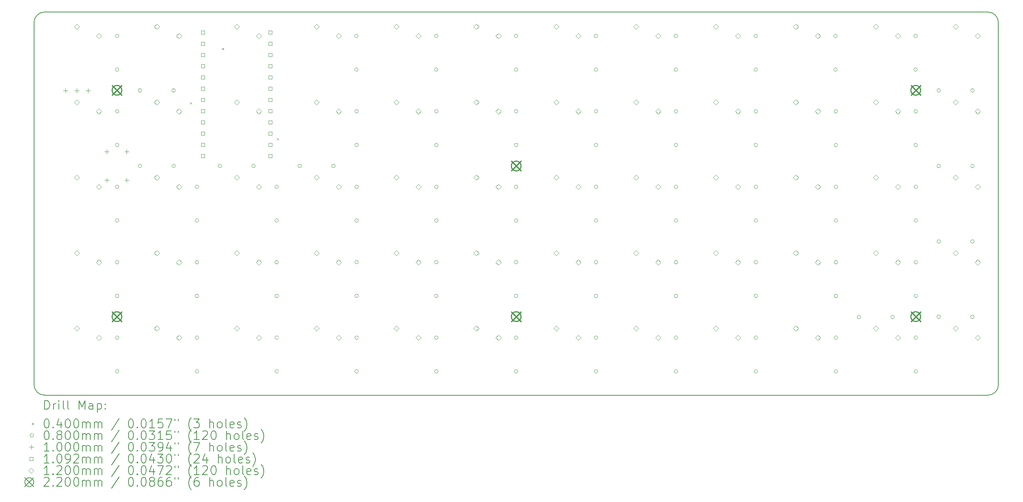
<source format=gbr>
%TF.GenerationSoftware,KiCad,Pcbnew,7.0.1*%
%TF.CreationDate,2023-04-06T13:44:41+02:00*%
%TF.ProjectId,t-rex,742d7265-782e-46b6-9963-61645f706362,rev?*%
%TF.SameCoordinates,Original*%
%TF.FileFunction,Drillmap*%
%TF.FilePolarity,Positive*%
%FSLAX45Y45*%
G04 Gerber Fmt 4.5, Leading zero omitted, Abs format (unit mm)*
G04 Created by KiCad (PCBNEW 7.0.1) date 2023-04-06 13:44:41*
%MOMM*%
%LPD*%
G01*
G04 APERTURE LIST*
%ADD10C,0.150000*%
%ADD11C,0.200000*%
%ADD12C,0.040000*%
%ADD13C,0.080000*%
%ADD14C,0.100000*%
%ADD15C,0.109220*%
%ADD16C,0.120000*%
%ADD17C,0.220000*%
G04 APERTURE END LIST*
D10*
X3563562Y-2550257D02*
G75*
G03*
X3325437Y-2788380I-2J-238123D01*
G01*
X25124745Y-2788380D02*
G75*
G03*
X24886620Y-2550255I-238125J0D01*
G01*
X3325437Y-10976620D02*
X3325437Y-2788380D01*
X24886620Y-11214745D02*
G75*
G03*
X25124745Y-10976620I0J238125D01*
G01*
X25124745Y-10976620D02*
X25124745Y-2788380D01*
X3563562Y-11214745D02*
X24886620Y-11214745D01*
X3325435Y-10976620D02*
G75*
G03*
X3563562Y-11214745I238125J0D01*
G01*
X3563562Y-2550255D02*
X24886620Y-2550255D01*
D11*
D12*
X6852500Y-4588125D02*
X6892500Y-4628125D01*
X6892500Y-4588125D02*
X6852500Y-4628125D01*
X7575000Y-3362500D02*
X7615000Y-3402500D01*
X7615000Y-3362500D02*
X7575000Y-3402500D01*
X8812500Y-5405000D02*
X8852500Y-5445000D01*
X8852500Y-5405000D02*
X8812500Y-5445000D01*
D13*
X5245000Y-3089000D02*
G75*
G03*
X5245000Y-3089000I-40000J0D01*
G01*
X5245000Y-3851000D02*
G75*
G03*
X5245000Y-3851000I-40000J0D01*
G01*
X5245000Y-4795250D02*
G75*
G03*
X5245000Y-4795250I-40000J0D01*
G01*
X5245000Y-5557250D02*
G75*
G03*
X5245000Y-5557250I-40000J0D01*
G01*
X5245000Y-6501500D02*
G75*
G03*
X5245000Y-6501500I-40000J0D01*
G01*
X5245000Y-7263500D02*
G75*
G03*
X5245000Y-7263500I-40000J0D01*
G01*
X5245000Y-8207750D02*
G75*
G03*
X5245000Y-8207750I-40000J0D01*
G01*
X5245000Y-8969750D02*
G75*
G03*
X5245000Y-8969750I-40000J0D01*
G01*
X5245000Y-9914000D02*
G75*
G03*
X5245000Y-9914000I-40000J0D01*
G01*
X5245000Y-10676000D02*
G75*
G03*
X5245000Y-10676000I-40000J0D01*
G01*
X5759620Y-4323000D02*
G75*
G03*
X5759620Y-4323000I-40000J0D01*
G01*
X5759620Y-6030000D02*
G75*
G03*
X5759620Y-6030000I-40000J0D01*
G01*
X6521620Y-4323000D02*
G75*
G03*
X6521620Y-4323000I-40000J0D01*
G01*
X6521620Y-6030000D02*
G75*
G03*
X6521620Y-6030000I-40000J0D01*
G01*
X7046058Y-6501500D02*
G75*
G03*
X7046058Y-6501500I-40000J0D01*
G01*
X7046058Y-7263500D02*
G75*
G03*
X7046058Y-7263500I-40000J0D01*
G01*
X7046058Y-8207750D02*
G75*
G03*
X7046058Y-8207750I-40000J0D01*
G01*
X7046058Y-8969750D02*
G75*
G03*
X7046058Y-8969750I-40000J0D01*
G01*
X7046058Y-9914000D02*
G75*
G03*
X7046058Y-9914000I-40000J0D01*
G01*
X7046058Y-10676000D02*
G75*
G03*
X7046058Y-10676000I-40000J0D01*
G01*
X7565058Y-6030000D02*
G75*
G03*
X7565058Y-6030000I-40000J0D01*
G01*
X8327058Y-6030000D02*
G75*
G03*
X8327058Y-6030000I-40000J0D01*
G01*
X8850000Y-6501500D02*
G75*
G03*
X8850000Y-6501500I-40000J0D01*
G01*
X8850000Y-7263500D02*
G75*
G03*
X8850000Y-7263500I-40000J0D01*
G01*
X8850000Y-8207750D02*
G75*
G03*
X8850000Y-8207750I-40000J0D01*
G01*
X8850000Y-8969750D02*
G75*
G03*
X8850000Y-8969750I-40000J0D01*
G01*
X8850000Y-9914000D02*
G75*
G03*
X8850000Y-9914000I-40000J0D01*
G01*
X8850000Y-10676000D02*
G75*
G03*
X8850000Y-10676000I-40000J0D01*
G01*
X9370496Y-6030000D02*
G75*
G03*
X9370496Y-6030000I-40000J0D01*
G01*
X10132496Y-6030000D02*
G75*
G03*
X10132496Y-6030000I-40000J0D01*
G01*
X10652500Y-3089000D02*
G75*
G03*
X10652500Y-3089000I-40000J0D01*
G01*
X10652500Y-3851000D02*
G75*
G03*
X10652500Y-3851000I-40000J0D01*
G01*
X10656934Y-4795250D02*
G75*
G03*
X10656934Y-4795250I-40000J0D01*
G01*
X10656934Y-5557250D02*
G75*
G03*
X10656934Y-5557250I-40000J0D01*
G01*
X10656934Y-6501500D02*
G75*
G03*
X10656934Y-6501500I-40000J0D01*
G01*
X10656934Y-7263500D02*
G75*
G03*
X10656934Y-7263500I-40000J0D01*
G01*
X10656934Y-8207750D02*
G75*
G03*
X10656934Y-8207750I-40000J0D01*
G01*
X10656934Y-8969750D02*
G75*
G03*
X10656934Y-8969750I-40000J0D01*
G01*
X10656934Y-9914000D02*
G75*
G03*
X10656934Y-9914000I-40000J0D01*
G01*
X10656934Y-10676000D02*
G75*
G03*
X10656934Y-10676000I-40000J0D01*
G01*
X12459434Y-3089000D02*
G75*
G03*
X12459434Y-3089000I-40000J0D01*
G01*
X12459434Y-3851000D02*
G75*
G03*
X12459434Y-3851000I-40000J0D01*
G01*
X12460000Y-4795250D02*
G75*
G03*
X12460000Y-4795250I-40000J0D01*
G01*
X12460000Y-5557250D02*
G75*
G03*
X12460000Y-5557250I-40000J0D01*
G01*
X12460000Y-6501500D02*
G75*
G03*
X12460000Y-6501500I-40000J0D01*
G01*
X12460000Y-7263500D02*
G75*
G03*
X12460000Y-7263500I-40000J0D01*
G01*
X12460000Y-8207750D02*
G75*
G03*
X12460000Y-8207750I-40000J0D01*
G01*
X12460000Y-8969750D02*
G75*
G03*
X12460000Y-8969750I-40000J0D01*
G01*
X12460000Y-9914000D02*
G75*
G03*
X12460000Y-9914000I-40000J0D01*
G01*
X12460000Y-10676000D02*
G75*
G03*
X12460000Y-10676000I-40000J0D01*
G01*
X14262500Y-3089000D02*
G75*
G03*
X14262500Y-3089000I-40000J0D01*
G01*
X14262500Y-3851000D02*
G75*
G03*
X14262500Y-3851000I-40000J0D01*
G01*
X14265000Y-4795250D02*
G75*
G03*
X14265000Y-4795250I-40000J0D01*
G01*
X14265000Y-5557250D02*
G75*
G03*
X14265000Y-5557250I-40000J0D01*
G01*
X14265000Y-6501500D02*
G75*
G03*
X14265000Y-6501500I-40000J0D01*
G01*
X14265000Y-7263500D02*
G75*
G03*
X14265000Y-7263500I-40000J0D01*
G01*
X14265000Y-8207750D02*
G75*
G03*
X14265000Y-8207750I-40000J0D01*
G01*
X14265000Y-8969750D02*
G75*
G03*
X14265000Y-8969750I-40000J0D01*
G01*
X14265000Y-9914000D02*
G75*
G03*
X14265000Y-9914000I-40000J0D01*
G01*
X14265000Y-10676000D02*
G75*
G03*
X14265000Y-10676000I-40000J0D01*
G01*
X16067500Y-3089000D02*
G75*
G03*
X16067500Y-3089000I-40000J0D01*
G01*
X16067500Y-3851000D02*
G75*
G03*
X16067500Y-3851000I-40000J0D01*
G01*
X16070000Y-4795250D02*
G75*
G03*
X16070000Y-4795250I-40000J0D01*
G01*
X16070000Y-5557250D02*
G75*
G03*
X16070000Y-5557250I-40000J0D01*
G01*
X16070000Y-6501500D02*
G75*
G03*
X16070000Y-6501500I-40000J0D01*
G01*
X16070000Y-7263500D02*
G75*
G03*
X16070000Y-7263500I-40000J0D01*
G01*
X16070000Y-8207750D02*
G75*
G03*
X16070000Y-8207750I-40000J0D01*
G01*
X16070000Y-8969750D02*
G75*
G03*
X16070000Y-8969750I-40000J0D01*
G01*
X16070000Y-9914000D02*
G75*
G03*
X16070000Y-9914000I-40000J0D01*
G01*
X16070000Y-10676000D02*
G75*
G03*
X16070000Y-10676000I-40000J0D01*
G01*
X17872500Y-3089000D02*
G75*
G03*
X17872500Y-3089000I-40000J0D01*
G01*
X17872500Y-3851000D02*
G75*
G03*
X17872500Y-3851000I-40000J0D01*
G01*
X17875000Y-4795250D02*
G75*
G03*
X17875000Y-4795250I-40000J0D01*
G01*
X17875000Y-5557250D02*
G75*
G03*
X17875000Y-5557250I-40000J0D01*
G01*
X17875000Y-6501500D02*
G75*
G03*
X17875000Y-6501500I-40000J0D01*
G01*
X17875000Y-7263500D02*
G75*
G03*
X17875000Y-7263500I-40000J0D01*
G01*
X17875000Y-8207750D02*
G75*
G03*
X17875000Y-8207750I-40000J0D01*
G01*
X17875000Y-8969750D02*
G75*
G03*
X17875000Y-8969750I-40000J0D01*
G01*
X17875000Y-9914000D02*
G75*
G03*
X17875000Y-9914000I-40000J0D01*
G01*
X17875000Y-10676000D02*
G75*
G03*
X17875000Y-10676000I-40000J0D01*
G01*
X19677500Y-3089000D02*
G75*
G03*
X19677500Y-3089000I-40000J0D01*
G01*
X19677500Y-3851000D02*
G75*
G03*
X19677500Y-3851000I-40000J0D01*
G01*
X19680000Y-4795250D02*
G75*
G03*
X19680000Y-4795250I-40000J0D01*
G01*
X19680000Y-5557250D02*
G75*
G03*
X19680000Y-5557250I-40000J0D01*
G01*
X19680000Y-6501500D02*
G75*
G03*
X19680000Y-6501500I-40000J0D01*
G01*
X19680000Y-7263500D02*
G75*
G03*
X19680000Y-7263500I-40000J0D01*
G01*
X19680000Y-8207750D02*
G75*
G03*
X19680000Y-8207750I-40000J0D01*
G01*
X19680000Y-8969750D02*
G75*
G03*
X19680000Y-8969750I-40000J0D01*
G01*
X19680000Y-9914000D02*
G75*
G03*
X19680000Y-9914000I-40000J0D01*
G01*
X19680000Y-10676000D02*
G75*
G03*
X19680000Y-10676000I-40000J0D01*
G01*
X21482500Y-3089000D02*
G75*
G03*
X21482500Y-3089000I-40000J0D01*
G01*
X21482500Y-3851000D02*
G75*
G03*
X21482500Y-3851000I-40000J0D01*
G01*
X21490000Y-4795250D02*
G75*
G03*
X21490000Y-4795250I-40000J0D01*
G01*
X21490000Y-5557250D02*
G75*
G03*
X21490000Y-5557250I-40000J0D01*
G01*
X21490000Y-6501500D02*
G75*
G03*
X21490000Y-6501500I-40000J0D01*
G01*
X21490000Y-7263500D02*
G75*
G03*
X21490000Y-7263500I-40000J0D01*
G01*
X21490000Y-8207750D02*
G75*
G03*
X21490000Y-8207750I-40000J0D01*
G01*
X21490000Y-8969750D02*
G75*
G03*
X21490000Y-8969750I-40000J0D01*
G01*
X21490000Y-9914000D02*
G75*
G03*
X21490000Y-9914000I-40000J0D01*
G01*
X21490000Y-10676000D02*
G75*
G03*
X21490000Y-10676000I-40000J0D01*
G01*
X22008562Y-9447500D02*
G75*
G03*
X22008562Y-9447500I-40000J0D01*
G01*
X22770562Y-9447500D02*
G75*
G03*
X22770562Y-9447500I-40000J0D01*
G01*
X23292500Y-3089000D02*
G75*
G03*
X23292500Y-3089000I-40000J0D01*
G01*
X23292500Y-3851000D02*
G75*
G03*
X23292500Y-3851000I-40000J0D01*
G01*
X23295000Y-4795250D02*
G75*
G03*
X23295000Y-4795250I-40000J0D01*
G01*
X23295000Y-5557250D02*
G75*
G03*
X23295000Y-5557250I-40000J0D01*
G01*
X23295000Y-6501500D02*
G75*
G03*
X23295000Y-6501500I-40000J0D01*
G01*
X23295000Y-7263500D02*
G75*
G03*
X23295000Y-7263500I-40000J0D01*
G01*
X23295000Y-8207750D02*
G75*
G03*
X23295000Y-8207750I-40000J0D01*
G01*
X23295000Y-8969750D02*
G75*
G03*
X23295000Y-8969750I-40000J0D01*
G01*
X23295000Y-9914000D02*
G75*
G03*
X23295000Y-9914000I-40000J0D01*
G01*
X23295000Y-10676000D02*
G75*
G03*
X23295000Y-10676000I-40000J0D01*
G01*
X23814000Y-4322500D02*
G75*
G03*
X23814000Y-4322500I-40000J0D01*
G01*
X23814000Y-6032500D02*
G75*
G03*
X23814000Y-6032500I-40000J0D01*
G01*
X23814000Y-7738750D02*
G75*
G03*
X23814000Y-7738750I-40000J0D01*
G01*
X23814000Y-9442500D02*
G75*
G03*
X23814000Y-9442500I-40000J0D01*
G01*
X24576000Y-4322500D02*
G75*
G03*
X24576000Y-4322500I-40000J0D01*
G01*
X24576000Y-6032500D02*
G75*
G03*
X24576000Y-6032500I-40000J0D01*
G01*
X24576000Y-7738750D02*
G75*
G03*
X24576000Y-7738750I-40000J0D01*
G01*
X24576000Y-9442500D02*
G75*
G03*
X24576000Y-9442500I-40000J0D01*
G01*
D14*
X4039682Y-4275000D02*
X4039682Y-4375000D01*
X3989682Y-4325000D02*
X4089682Y-4325000D01*
X4293682Y-4275000D02*
X4293682Y-4375000D01*
X4243682Y-4325000D02*
X4343682Y-4325000D01*
X4547682Y-4275000D02*
X4547682Y-4375000D01*
X4497682Y-4325000D02*
X4597682Y-4325000D01*
X4972901Y-5654375D02*
X4972901Y-5754375D01*
X4922901Y-5704375D02*
X5022901Y-5704375D01*
X4972901Y-6304375D02*
X4972901Y-6404375D01*
X4922901Y-6354375D02*
X5022901Y-6354375D01*
X5422901Y-5654375D02*
X5422901Y-5754375D01*
X5372901Y-5704375D02*
X5472901Y-5704375D01*
X5422901Y-6304375D02*
X5422901Y-6404375D01*
X5372901Y-6354375D02*
X5472901Y-6354375D01*
D15*
X7182673Y-3050290D02*
X7182673Y-2973059D01*
X7105442Y-2973059D01*
X7105442Y-3050290D01*
X7182673Y-3050290D01*
X7182673Y-3304290D02*
X7182673Y-3227059D01*
X7105442Y-3227059D01*
X7105442Y-3304290D01*
X7182673Y-3304290D01*
X7182673Y-3558290D02*
X7182673Y-3481059D01*
X7105442Y-3481059D01*
X7105442Y-3558290D01*
X7182673Y-3558290D01*
X7182673Y-3812290D02*
X7182673Y-3735059D01*
X7105442Y-3735059D01*
X7105442Y-3812290D01*
X7182673Y-3812290D01*
X7182673Y-4066290D02*
X7182673Y-3989059D01*
X7105442Y-3989059D01*
X7105442Y-4066290D01*
X7182673Y-4066290D01*
X7182673Y-4320291D02*
X7182673Y-4243060D01*
X7105442Y-4243060D01*
X7105442Y-4320291D01*
X7182673Y-4320291D01*
X7182673Y-4574291D02*
X7182673Y-4497060D01*
X7105442Y-4497060D01*
X7105442Y-4574291D01*
X7182673Y-4574291D01*
X7182673Y-4828291D02*
X7182673Y-4751060D01*
X7105442Y-4751060D01*
X7105442Y-4828291D01*
X7182673Y-4828291D01*
X7182673Y-5082291D02*
X7182673Y-5005060D01*
X7105442Y-5005060D01*
X7105442Y-5082291D01*
X7182673Y-5082291D01*
X7182673Y-5336291D02*
X7182673Y-5259060D01*
X7105442Y-5259060D01*
X7105442Y-5336291D01*
X7182673Y-5336291D01*
X7182673Y-5590291D02*
X7182673Y-5513060D01*
X7105442Y-5513060D01*
X7105442Y-5590291D01*
X7182673Y-5590291D01*
X7182673Y-5844290D02*
X7182673Y-5767059D01*
X7105442Y-5767059D01*
X7105442Y-5844290D01*
X7182673Y-5844290D01*
X8706673Y-3050290D02*
X8706673Y-2973059D01*
X8629442Y-2973059D01*
X8629442Y-3050290D01*
X8706673Y-3050290D01*
X8706673Y-3304290D02*
X8706673Y-3227059D01*
X8629442Y-3227059D01*
X8629442Y-3304290D01*
X8706673Y-3304290D01*
X8706673Y-3558290D02*
X8706673Y-3481059D01*
X8629442Y-3481059D01*
X8629442Y-3558290D01*
X8706673Y-3558290D01*
X8706673Y-3812290D02*
X8706673Y-3735059D01*
X8629442Y-3735059D01*
X8629442Y-3812290D01*
X8706673Y-3812290D01*
X8706673Y-4066290D02*
X8706673Y-3989059D01*
X8629442Y-3989059D01*
X8629442Y-4066290D01*
X8706673Y-4066290D01*
X8706673Y-4320291D02*
X8706673Y-4243060D01*
X8629442Y-4243060D01*
X8629442Y-4320291D01*
X8706673Y-4320291D01*
X8706673Y-4574291D02*
X8706673Y-4497060D01*
X8629442Y-4497060D01*
X8629442Y-4574291D01*
X8706673Y-4574291D01*
X8706673Y-4828291D02*
X8706673Y-4751060D01*
X8629442Y-4751060D01*
X8629442Y-4828291D01*
X8706673Y-4828291D01*
X8706673Y-5082291D02*
X8706673Y-5005060D01*
X8629442Y-5005060D01*
X8629442Y-5082291D01*
X8706673Y-5082291D01*
X8706673Y-5336291D02*
X8706673Y-5259060D01*
X8629442Y-5259060D01*
X8629442Y-5336291D01*
X8706673Y-5336291D01*
X8706673Y-5590291D02*
X8706673Y-5513060D01*
X8629442Y-5513060D01*
X8629442Y-5590291D01*
X8706673Y-5590291D01*
X8706673Y-5844290D02*
X8706673Y-5767059D01*
X8629442Y-5767059D01*
X8629442Y-5844290D01*
X8706673Y-5844290D01*
D16*
X4295182Y-2940000D02*
X4355182Y-2880000D01*
X4295182Y-2820000D01*
X4235182Y-2880000D01*
X4295182Y-2940000D01*
X4295182Y-4646250D02*
X4355182Y-4586250D01*
X4295182Y-4526250D01*
X4235182Y-4586250D01*
X4295182Y-4646250D01*
X4295182Y-6352500D02*
X4355182Y-6292500D01*
X4295182Y-6232500D01*
X4235182Y-6292500D01*
X4295182Y-6352500D01*
X4295182Y-8058750D02*
X4355182Y-7998750D01*
X4295182Y-7938750D01*
X4235182Y-7998750D01*
X4295182Y-8058750D01*
X4295182Y-9765000D02*
X4355182Y-9705000D01*
X4295182Y-9645000D01*
X4235182Y-9705000D01*
X4295182Y-9765000D01*
X4795182Y-3150000D02*
X4855182Y-3090000D01*
X4795182Y-3030000D01*
X4735182Y-3090000D01*
X4795182Y-3150000D01*
X4795182Y-4856250D02*
X4855182Y-4796250D01*
X4795182Y-4736250D01*
X4735182Y-4796250D01*
X4795182Y-4856250D01*
X4795182Y-6562500D02*
X4855182Y-6502500D01*
X4795182Y-6442500D01*
X4735182Y-6502500D01*
X4795182Y-6562500D01*
X4795182Y-8268750D02*
X4855182Y-8208750D01*
X4795182Y-8148750D01*
X4735182Y-8208750D01*
X4795182Y-8268750D01*
X4795182Y-9975000D02*
X4855182Y-9915000D01*
X4795182Y-9855000D01*
X4735182Y-9915000D01*
X4795182Y-9975000D01*
X6100620Y-2940000D02*
X6160620Y-2880000D01*
X6100620Y-2820000D01*
X6040620Y-2880000D01*
X6100620Y-2940000D01*
X6100620Y-4646250D02*
X6160620Y-4586250D01*
X6100620Y-4526250D01*
X6040620Y-4586250D01*
X6100620Y-4646250D01*
X6100620Y-6352500D02*
X6160620Y-6292500D01*
X6100620Y-6232500D01*
X6040620Y-6292500D01*
X6100620Y-6352500D01*
X6100620Y-8058750D02*
X6160620Y-7998750D01*
X6100620Y-7938750D01*
X6040620Y-7998750D01*
X6100620Y-8058750D01*
X6100620Y-9765000D02*
X6160620Y-9705000D01*
X6100620Y-9645000D01*
X6040620Y-9705000D01*
X6100620Y-9765000D01*
X6600620Y-3150000D02*
X6660620Y-3090000D01*
X6600620Y-3030000D01*
X6540620Y-3090000D01*
X6600620Y-3150000D01*
X6600620Y-4856250D02*
X6660620Y-4796250D01*
X6600620Y-4736250D01*
X6540620Y-4796250D01*
X6600620Y-4856250D01*
X6600620Y-6562500D02*
X6660620Y-6502500D01*
X6600620Y-6442500D01*
X6540620Y-6502500D01*
X6600620Y-6562500D01*
X6600620Y-8268750D02*
X6660620Y-8208750D01*
X6600620Y-8148750D01*
X6540620Y-8208750D01*
X6600620Y-8268750D01*
X6600620Y-9975000D02*
X6660620Y-9915000D01*
X6600620Y-9855000D01*
X6540620Y-9915000D01*
X6600620Y-9975000D01*
X7906058Y-2940000D02*
X7966058Y-2880000D01*
X7906058Y-2820000D01*
X7846058Y-2880000D01*
X7906058Y-2940000D01*
X7906058Y-4646250D02*
X7966058Y-4586250D01*
X7906058Y-4526250D01*
X7846058Y-4586250D01*
X7906058Y-4646250D01*
X7906058Y-6352500D02*
X7966058Y-6292500D01*
X7906058Y-6232500D01*
X7846058Y-6292500D01*
X7906058Y-6352500D01*
X7906058Y-8058750D02*
X7966058Y-7998750D01*
X7906058Y-7938750D01*
X7846058Y-7998750D01*
X7906058Y-8058750D01*
X7906058Y-9765000D02*
X7966058Y-9705000D01*
X7906058Y-9645000D01*
X7846058Y-9705000D01*
X7906058Y-9765000D01*
X8406058Y-3150000D02*
X8466058Y-3090000D01*
X8406058Y-3030000D01*
X8346058Y-3090000D01*
X8406058Y-3150000D01*
X8406058Y-4856250D02*
X8466058Y-4796250D01*
X8406058Y-4736250D01*
X8346058Y-4796250D01*
X8406058Y-4856250D01*
X8406058Y-6562500D02*
X8466058Y-6502500D01*
X8406058Y-6442500D01*
X8346058Y-6502500D01*
X8406058Y-6562500D01*
X8406058Y-8268750D02*
X8466058Y-8208750D01*
X8406058Y-8148750D01*
X8346058Y-8208750D01*
X8406058Y-8268750D01*
X8406058Y-9975000D02*
X8466058Y-9915000D01*
X8406058Y-9855000D01*
X8346058Y-9915000D01*
X8406058Y-9975000D01*
X9711496Y-2940000D02*
X9771496Y-2880000D01*
X9711496Y-2820000D01*
X9651496Y-2880000D01*
X9711496Y-2940000D01*
X9711496Y-4646250D02*
X9771496Y-4586250D01*
X9711496Y-4526250D01*
X9651496Y-4586250D01*
X9711496Y-4646250D01*
X9711496Y-6352500D02*
X9771496Y-6292500D01*
X9711496Y-6232500D01*
X9651496Y-6292500D01*
X9711496Y-6352500D01*
X9711496Y-8058750D02*
X9771496Y-7998750D01*
X9711496Y-7938750D01*
X9651496Y-7998750D01*
X9711496Y-8058750D01*
X9711496Y-9765000D02*
X9771496Y-9705000D01*
X9711496Y-9645000D01*
X9651496Y-9705000D01*
X9711496Y-9765000D01*
X10211496Y-3150000D02*
X10271496Y-3090000D01*
X10211496Y-3030000D01*
X10151496Y-3090000D01*
X10211496Y-3150000D01*
X10211496Y-4856250D02*
X10271496Y-4796250D01*
X10211496Y-4736250D01*
X10151496Y-4796250D01*
X10211496Y-4856250D01*
X10211496Y-6562500D02*
X10271496Y-6502500D01*
X10211496Y-6442500D01*
X10151496Y-6502500D01*
X10211496Y-6562500D01*
X10211496Y-8268750D02*
X10271496Y-8208750D01*
X10211496Y-8148750D01*
X10151496Y-8208750D01*
X10211496Y-8268750D01*
X10211496Y-9975000D02*
X10271496Y-9915000D01*
X10211496Y-9855000D01*
X10151496Y-9915000D01*
X10211496Y-9975000D01*
X11516934Y-2940000D02*
X11576934Y-2880000D01*
X11516934Y-2820000D01*
X11456934Y-2880000D01*
X11516934Y-2940000D01*
X11516934Y-4646250D02*
X11576934Y-4586250D01*
X11516934Y-4526250D01*
X11456934Y-4586250D01*
X11516934Y-4646250D01*
X11516934Y-6352500D02*
X11576934Y-6292500D01*
X11516934Y-6232500D01*
X11456934Y-6292500D01*
X11516934Y-6352500D01*
X11516934Y-8058750D02*
X11576934Y-7998750D01*
X11516934Y-7938750D01*
X11456934Y-7998750D01*
X11516934Y-8058750D01*
X11516934Y-9765000D02*
X11576934Y-9705000D01*
X11516934Y-9645000D01*
X11456934Y-9705000D01*
X11516934Y-9765000D01*
X12016934Y-3150000D02*
X12076934Y-3090000D01*
X12016934Y-3030000D01*
X11956934Y-3090000D01*
X12016934Y-3150000D01*
X12016934Y-4856250D02*
X12076934Y-4796250D01*
X12016934Y-4736250D01*
X11956934Y-4796250D01*
X12016934Y-4856250D01*
X12016934Y-6562500D02*
X12076934Y-6502500D01*
X12016934Y-6442500D01*
X11956934Y-6502500D01*
X12016934Y-6562500D01*
X12016934Y-8268750D02*
X12076934Y-8208750D01*
X12016934Y-8148750D01*
X11956934Y-8208750D01*
X12016934Y-8268750D01*
X12016934Y-9975000D02*
X12076934Y-9915000D01*
X12016934Y-9855000D01*
X11956934Y-9915000D01*
X12016934Y-9975000D01*
X13322372Y-2940000D02*
X13382372Y-2880000D01*
X13322372Y-2820000D01*
X13262372Y-2880000D01*
X13322372Y-2940000D01*
X13322372Y-4646250D02*
X13382372Y-4586250D01*
X13322372Y-4526250D01*
X13262372Y-4586250D01*
X13322372Y-4646250D01*
X13322372Y-6352500D02*
X13382372Y-6292500D01*
X13322372Y-6232500D01*
X13262372Y-6292500D01*
X13322372Y-6352500D01*
X13322372Y-8058750D02*
X13382372Y-7998750D01*
X13322372Y-7938750D01*
X13262372Y-7998750D01*
X13322372Y-8058750D01*
X13322372Y-9765000D02*
X13382372Y-9705000D01*
X13322372Y-9645000D01*
X13262372Y-9705000D01*
X13322372Y-9765000D01*
X13822372Y-3150000D02*
X13882372Y-3090000D01*
X13822372Y-3030000D01*
X13762372Y-3090000D01*
X13822372Y-3150000D01*
X13822372Y-4856250D02*
X13882372Y-4796250D01*
X13822372Y-4736250D01*
X13762372Y-4796250D01*
X13822372Y-4856250D01*
X13822372Y-6562500D02*
X13882372Y-6502500D01*
X13822372Y-6442500D01*
X13762372Y-6502500D01*
X13822372Y-6562500D01*
X13822372Y-8268750D02*
X13882372Y-8208750D01*
X13822372Y-8148750D01*
X13762372Y-8208750D01*
X13822372Y-8268750D01*
X13822372Y-9975000D02*
X13882372Y-9915000D01*
X13822372Y-9855000D01*
X13762372Y-9915000D01*
X13822372Y-9975000D01*
X15127810Y-2940000D02*
X15187810Y-2880000D01*
X15127810Y-2820000D01*
X15067810Y-2880000D01*
X15127810Y-2940000D01*
X15127810Y-4646250D02*
X15187810Y-4586250D01*
X15127810Y-4526250D01*
X15067810Y-4586250D01*
X15127810Y-4646250D01*
X15127810Y-6352500D02*
X15187810Y-6292500D01*
X15127810Y-6232500D01*
X15067810Y-6292500D01*
X15127810Y-6352500D01*
X15127810Y-8058750D02*
X15187810Y-7998750D01*
X15127810Y-7938750D01*
X15067810Y-7998750D01*
X15127810Y-8058750D01*
X15127810Y-9765000D02*
X15187810Y-9705000D01*
X15127810Y-9645000D01*
X15067810Y-9705000D01*
X15127810Y-9765000D01*
X15627810Y-3150000D02*
X15687810Y-3090000D01*
X15627810Y-3030000D01*
X15567810Y-3090000D01*
X15627810Y-3150000D01*
X15627810Y-4856250D02*
X15687810Y-4796250D01*
X15627810Y-4736250D01*
X15567810Y-4796250D01*
X15627810Y-4856250D01*
X15627810Y-6562500D02*
X15687810Y-6502500D01*
X15627810Y-6442500D01*
X15567810Y-6502500D01*
X15627810Y-6562500D01*
X15627810Y-8268750D02*
X15687810Y-8208750D01*
X15627810Y-8148750D01*
X15567810Y-8208750D01*
X15627810Y-8268750D01*
X15627810Y-9975000D02*
X15687810Y-9915000D01*
X15627810Y-9855000D01*
X15567810Y-9915000D01*
X15627810Y-9975000D01*
X16933248Y-2940000D02*
X16993248Y-2880000D01*
X16933248Y-2820000D01*
X16873248Y-2880000D01*
X16933248Y-2940000D01*
X16933248Y-4646250D02*
X16993248Y-4586250D01*
X16933248Y-4526250D01*
X16873248Y-4586250D01*
X16933248Y-4646250D01*
X16933248Y-6352500D02*
X16993248Y-6292500D01*
X16933248Y-6232500D01*
X16873248Y-6292500D01*
X16933248Y-6352500D01*
X16933248Y-8058750D02*
X16993248Y-7998750D01*
X16933248Y-7938750D01*
X16873248Y-7998750D01*
X16933248Y-8058750D01*
X16933248Y-9765000D02*
X16993248Y-9705000D01*
X16933248Y-9645000D01*
X16873248Y-9705000D01*
X16933248Y-9765000D01*
X17433248Y-3150000D02*
X17493248Y-3090000D01*
X17433248Y-3030000D01*
X17373248Y-3090000D01*
X17433248Y-3150000D01*
X17433248Y-4856250D02*
X17493248Y-4796250D01*
X17433248Y-4736250D01*
X17373248Y-4796250D01*
X17433248Y-4856250D01*
X17433248Y-6562500D02*
X17493248Y-6502500D01*
X17433248Y-6442500D01*
X17373248Y-6502500D01*
X17433248Y-6562500D01*
X17433248Y-8268750D02*
X17493248Y-8208750D01*
X17433248Y-8148750D01*
X17373248Y-8208750D01*
X17433248Y-8268750D01*
X17433248Y-9975000D02*
X17493248Y-9915000D01*
X17433248Y-9855000D01*
X17373248Y-9915000D01*
X17433248Y-9975000D01*
X18738686Y-2940000D02*
X18798686Y-2880000D01*
X18738686Y-2820000D01*
X18678686Y-2880000D01*
X18738686Y-2940000D01*
X18738686Y-4646250D02*
X18798686Y-4586250D01*
X18738686Y-4526250D01*
X18678686Y-4586250D01*
X18738686Y-4646250D01*
X18738686Y-6352500D02*
X18798686Y-6292500D01*
X18738686Y-6232500D01*
X18678686Y-6292500D01*
X18738686Y-6352500D01*
X18738686Y-8058750D02*
X18798686Y-7998750D01*
X18738686Y-7938750D01*
X18678686Y-7998750D01*
X18738686Y-8058750D01*
X18738686Y-9765000D02*
X18798686Y-9705000D01*
X18738686Y-9645000D01*
X18678686Y-9705000D01*
X18738686Y-9765000D01*
X19238686Y-3150000D02*
X19298686Y-3090000D01*
X19238686Y-3030000D01*
X19178686Y-3090000D01*
X19238686Y-3150000D01*
X19238686Y-4856250D02*
X19298686Y-4796250D01*
X19238686Y-4736250D01*
X19178686Y-4796250D01*
X19238686Y-4856250D01*
X19238686Y-6562500D02*
X19298686Y-6502500D01*
X19238686Y-6442500D01*
X19178686Y-6502500D01*
X19238686Y-6562500D01*
X19238686Y-8268750D02*
X19298686Y-8208750D01*
X19238686Y-8148750D01*
X19178686Y-8208750D01*
X19238686Y-8268750D01*
X19238686Y-9975000D02*
X19298686Y-9915000D01*
X19238686Y-9855000D01*
X19178686Y-9915000D01*
X19238686Y-9975000D01*
X20544124Y-2940000D02*
X20604124Y-2880000D01*
X20544124Y-2820000D01*
X20484124Y-2880000D01*
X20544124Y-2940000D01*
X20544124Y-4646250D02*
X20604124Y-4586250D01*
X20544124Y-4526250D01*
X20484124Y-4586250D01*
X20544124Y-4646250D01*
X20544124Y-6352500D02*
X20604124Y-6292500D01*
X20544124Y-6232500D01*
X20484124Y-6292500D01*
X20544124Y-6352500D01*
X20544124Y-8058750D02*
X20604124Y-7998750D01*
X20544124Y-7938750D01*
X20484124Y-7998750D01*
X20544124Y-8058750D01*
X20544124Y-9765000D02*
X20604124Y-9705000D01*
X20544124Y-9645000D01*
X20484124Y-9705000D01*
X20544124Y-9765000D01*
X21044124Y-3150000D02*
X21104124Y-3090000D01*
X21044124Y-3030000D01*
X20984124Y-3090000D01*
X21044124Y-3150000D01*
X21044124Y-4856250D02*
X21104124Y-4796250D01*
X21044124Y-4736250D01*
X20984124Y-4796250D01*
X21044124Y-4856250D01*
X21044124Y-6562500D02*
X21104124Y-6502500D01*
X21044124Y-6442500D01*
X20984124Y-6502500D01*
X21044124Y-6562500D01*
X21044124Y-8268750D02*
X21104124Y-8208750D01*
X21044124Y-8148750D01*
X20984124Y-8208750D01*
X21044124Y-8268750D01*
X21044124Y-9975000D02*
X21104124Y-9915000D01*
X21044124Y-9855000D01*
X20984124Y-9915000D01*
X21044124Y-9975000D01*
X22349562Y-2940000D02*
X22409562Y-2880000D01*
X22349562Y-2820000D01*
X22289562Y-2880000D01*
X22349562Y-2940000D01*
X22349562Y-4646250D02*
X22409562Y-4586250D01*
X22349562Y-4526250D01*
X22289562Y-4586250D01*
X22349562Y-4646250D01*
X22349562Y-6352500D02*
X22409562Y-6292500D01*
X22349562Y-6232500D01*
X22289562Y-6292500D01*
X22349562Y-6352500D01*
X22349562Y-8058750D02*
X22409562Y-7998750D01*
X22349562Y-7938750D01*
X22289562Y-7998750D01*
X22349562Y-8058750D01*
X22349562Y-9765000D02*
X22409562Y-9705000D01*
X22349562Y-9645000D01*
X22289562Y-9705000D01*
X22349562Y-9765000D01*
X22849562Y-3150000D02*
X22909562Y-3090000D01*
X22849562Y-3030000D01*
X22789562Y-3090000D01*
X22849562Y-3150000D01*
X22849562Y-4856250D02*
X22909562Y-4796250D01*
X22849562Y-4736250D01*
X22789562Y-4796250D01*
X22849562Y-4856250D01*
X22849562Y-6562500D02*
X22909562Y-6502500D01*
X22849562Y-6442500D01*
X22789562Y-6502500D01*
X22849562Y-6562500D01*
X22849562Y-8268750D02*
X22909562Y-8208750D01*
X22849562Y-8148750D01*
X22789562Y-8208750D01*
X22849562Y-8268750D01*
X22849562Y-9975000D02*
X22909562Y-9915000D01*
X22849562Y-9855000D01*
X22789562Y-9915000D01*
X22849562Y-9975000D01*
X24155000Y-2940000D02*
X24215000Y-2880000D01*
X24155000Y-2820000D01*
X24095000Y-2880000D01*
X24155000Y-2940000D01*
X24155000Y-4646250D02*
X24215000Y-4586250D01*
X24155000Y-4526250D01*
X24095000Y-4586250D01*
X24155000Y-4646250D01*
X24155000Y-6352500D02*
X24215000Y-6292500D01*
X24155000Y-6232500D01*
X24095000Y-6292500D01*
X24155000Y-6352500D01*
X24155000Y-8058750D02*
X24215000Y-7998750D01*
X24155000Y-7938750D01*
X24095000Y-7998750D01*
X24155000Y-8058750D01*
X24155000Y-9765000D02*
X24215000Y-9705000D01*
X24155000Y-9645000D01*
X24095000Y-9705000D01*
X24155000Y-9765000D01*
X24655000Y-3150000D02*
X24715000Y-3090000D01*
X24655000Y-3030000D01*
X24595000Y-3090000D01*
X24655000Y-3150000D01*
X24655000Y-4856250D02*
X24715000Y-4796250D01*
X24655000Y-4736250D01*
X24595000Y-4796250D01*
X24655000Y-4856250D01*
X24655000Y-6562500D02*
X24715000Y-6502500D01*
X24655000Y-6442500D01*
X24595000Y-6502500D01*
X24655000Y-6562500D01*
X24655000Y-8268750D02*
X24715000Y-8208750D01*
X24655000Y-8148750D01*
X24595000Y-8208750D01*
X24655000Y-8268750D01*
X24655000Y-9975000D02*
X24715000Y-9915000D01*
X24655000Y-9855000D01*
X24595000Y-9915000D01*
X24655000Y-9975000D01*
D17*
X5090620Y-4210000D02*
X5310620Y-4430000D01*
X5310620Y-4210000D02*
X5090620Y-4430000D01*
X5310620Y-4320000D02*
G75*
G03*
X5310620Y-4320000I-110000J0D01*
G01*
X5090620Y-9328750D02*
X5310620Y-9548750D01*
X5310620Y-9328750D02*
X5090620Y-9548750D01*
X5310620Y-9438750D02*
G75*
G03*
X5310620Y-9438750I-110000J0D01*
G01*
X14115000Y-5922500D02*
X14335000Y-6142500D01*
X14335000Y-5922500D02*
X14115000Y-6142500D01*
X14335000Y-6032500D02*
G75*
G03*
X14335000Y-6032500I-110000J0D01*
G01*
X14115000Y-9328750D02*
X14335000Y-9548750D01*
X14335000Y-9328750D02*
X14115000Y-9548750D01*
X14335000Y-9438750D02*
G75*
G03*
X14335000Y-9438750I-110000J0D01*
G01*
X23145000Y-4210000D02*
X23365000Y-4430000D01*
X23365000Y-4210000D02*
X23145000Y-4430000D01*
X23365000Y-4320000D02*
G75*
G03*
X23365000Y-4320000I-110000J0D01*
G01*
X23145000Y-9328750D02*
X23365000Y-9548750D01*
X23365000Y-9328750D02*
X23145000Y-9548750D01*
X23365000Y-9438750D02*
G75*
G03*
X23365000Y-9438750I-110000J0D01*
G01*
D11*
X3565556Y-11534769D02*
X3565556Y-11334769D01*
X3565556Y-11334769D02*
X3613175Y-11334769D01*
X3613175Y-11334769D02*
X3641746Y-11344293D01*
X3641746Y-11344293D02*
X3660794Y-11363340D01*
X3660794Y-11363340D02*
X3670317Y-11382388D01*
X3670317Y-11382388D02*
X3679841Y-11420483D01*
X3679841Y-11420483D02*
X3679841Y-11449055D01*
X3679841Y-11449055D02*
X3670317Y-11487150D01*
X3670317Y-11487150D02*
X3660794Y-11506198D01*
X3660794Y-11506198D02*
X3641746Y-11525245D01*
X3641746Y-11525245D02*
X3613175Y-11534769D01*
X3613175Y-11534769D02*
X3565556Y-11534769D01*
X3765556Y-11534769D02*
X3765556Y-11401436D01*
X3765556Y-11439531D02*
X3775079Y-11420483D01*
X3775079Y-11420483D02*
X3784603Y-11410959D01*
X3784603Y-11410959D02*
X3803651Y-11401436D01*
X3803651Y-11401436D02*
X3822698Y-11401436D01*
X3889365Y-11534769D02*
X3889365Y-11401436D01*
X3889365Y-11334769D02*
X3879841Y-11344293D01*
X3879841Y-11344293D02*
X3889365Y-11353817D01*
X3889365Y-11353817D02*
X3898889Y-11344293D01*
X3898889Y-11344293D02*
X3889365Y-11334769D01*
X3889365Y-11334769D02*
X3889365Y-11353817D01*
X4013175Y-11534769D02*
X3994127Y-11525245D01*
X3994127Y-11525245D02*
X3984603Y-11506198D01*
X3984603Y-11506198D02*
X3984603Y-11334769D01*
X4117936Y-11534769D02*
X4098889Y-11525245D01*
X4098889Y-11525245D02*
X4089365Y-11506198D01*
X4089365Y-11506198D02*
X4089365Y-11334769D01*
X4346508Y-11534769D02*
X4346508Y-11334769D01*
X4346508Y-11334769D02*
X4413175Y-11477626D01*
X4413175Y-11477626D02*
X4479841Y-11334769D01*
X4479841Y-11334769D02*
X4479841Y-11534769D01*
X4660794Y-11534769D02*
X4660794Y-11430007D01*
X4660794Y-11430007D02*
X4651270Y-11410959D01*
X4651270Y-11410959D02*
X4632222Y-11401436D01*
X4632222Y-11401436D02*
X4594127Y-11401436D01*
X4594127Y-11401436D02*
X4575079Y-11410959D01*
X4660794Y-11525245D02*
X4641746Y-11534769D01*
X4641746Y-11534769D02*
X4594127Y-11534769D01*
X4594127Y-11534769D02*
X4575079Y-11525245D01*
X4575079Y-11525245D02*
X4565556Y-11506198D01*
X4565556Y-11506198D02*
X4565556Y-11487150D01*
X4565556Y-11487150D02*
X4575079Y-11468102D01*
X4575079Y-11468102D02*
X4594127Y-11458579D01*
X4594127Y-11458579D02*
X4641746Y-11458579D01*
X4641746Y-11458579D02*
X4660794Y-11449055D01*
X4756032Y-11401436D02*
X4756032Y-11601436D01*
X4756032Y-11410959D02*
X4775079Y-11401436D01*
X4775079Y-11401436D02*
X4813175Y-11401436D01*
X4813175Y-11401436D02*
X4832222Y-11410959D01*
X4832222Y-11410959D02*
X4841746Y-11420483D01*
X4841746Y-11420483D02*
X4851270Y-11439531D01*
X4851270Y-11439531D02*
X4851270Y-11496674D01*
X4851270Y-11496674D02*
X4841746Y-11515721D01*
X4841746Y-11515721D02*
X4832222Y-11525245D01*
X4832222Y-11525245D02*
X4813175Y-11534769D01*
X4813175Y-11534769D02*
X4775079Y-11534769D01*
X4775079Y-11534769D02*
X4756032Y-11525245D01*
X4936984Y-11515721D02*
X4946508Y-11525245D01*
X4946508Y-11525245D02*
X4936984Y-11534769D01*
X4936984Y-11534769D02*
X4927460Y-11525245D01*
X4927460Y-11525245D02*
X4936984Y-11515721D01*
X4936984Y-11515721D02*
X4936984Y-11534769D01*
X4936984Y-11410959D02*
X4946508Y-11420483D01*
X4946508Y-11420483D02*
X4936984Y-11430007D01*
X4936984Y-11430007D02*
X4927460Y-11420483D01*
X4927460Y-11420483D02*
X4936984Y-11410959D01*
X4936984Y-11410959D02*
X4936984Y-11430007D01*
D12*
X3277937Y-11842245D02*
X3317937Y-11882245D01*
X3317937Y-11842245D02*
X3277937Y-11882245D01*
D11*
X3603651Y-11754769D02*
X3622698Y-11754769D01*
X3622698Y-11754769D02*
X3641746Y-11764293D01*
X3641746Y-11764293D02*
X3651270Y-11773817D01*
X3651270Y-11773817D02*
X3660794Y-11792864D01*
X3660794Y-11792864D02*
X3670317Y-11830959D01*
X3670317Y-11830959D02*
X3670317Y-11878579D01*
X3670317Y-11878579D02*
X3660794Y-11916674D01*
X3660794Y-11916674D02*
X3651270Y-11935721D01*
X3651270Y-11935721D02*
X3641746Y-11945245D01*
X3641746Y-11945245D02*
X3622698Y-11954769D01*
X3622698Y-11954769D02*
X3603651Y-11954769D01*
X3603651Y-11954769D02*
X3584603Y-11945245D01*
X3584603Y-11945245D02*
X3575079Y-11935721D01*
X3575079Y-11935721D02*
X3565556Y-11916674D01*
X3565556Y-11916674D02*
X3556032Y-11878579D01*
X3556032Y-11878579D02*
X3556032Y-11830959D01*
X3556032Y-11830959D02*
X3565556Y-11792864D01*
X3565556Y-11792864D02*
X3575079Y-11773817D01*
X3575079Y-11773817D02*
X3584603Y-11764293D01*
X3584603Y-11764293D02*
X3603651Y-11754769D01*
X3756032Y-11935721D02*
X3765556Y-11945245D01*
X3765556Y-11945245D02*
X3756032Y-11954769D01*
X3756032Y-11954769D02*
X3746508Y-11945245D01*
X3746508Y-11945245D02*
X3756032Y-11935721D01*
X3756032Y-11935721D02*
X3756032Y-11954769D01*
X3936984Y-11821436D02*
X3936984Y-11954769D01*
X3889365Y-11745245D02*
X3841746Y-11888102D01*
X3841746Y-11888102D02*
X3965556Y-11888102D01*
X4079841Y-11754769D02*
X4098889Y-11754769D01*
X4098889Y-11754769D02*
X4117937Y-11764293D01*
X4117937Y-11764293D02*
X4127460Y-11773817D01*
X4127460Y-11773817D02*
X4136984Y-11792864D01*
X4136984Y-11792864D02*
X4146508Y-11830959D01*
X4146508Y-11830959D02*
X4146508Y-11878579D01*
X4146508Y-11878579D02*
X4136984Y-11916674D01*
X4136984Y-11916674D02*
X4127460Y-11935721D01*
X4127460Y-11935721D02*
X4117937Y-11945245D01*
X4117937Y-11945245D02*
X4098889Y-11954769D01*
X4098889Y-11954769D02*
X4079841Y-11954769D01*
X4079841Y-11954769D02*
X4060794Y-11945245D01*
X4060794Y-11945245D02*
X4051270Y-11935721D01*
X4051270Y-11935721D02*
X4041746Y-11916674D01*
X4041746Y-11916674D02*
X4032222Y-11878579D01*
X4032222Y-11878579D02*
X4032222Y-11830959D01*
X4032222Y-11830959D02*
X4041746Y-11792864D01*
X4041746Y-11792864D02*
X4051270Y-11773817D01*
X4051270Y-11773817D02*
X4060794Y-11764293D01*
X4060794Y-11764293D02*
X4079841Y-11754769D01*
X4270318Y-11754769D02*
X4289365Y-11754769D01*
X4289365Y-11754769D02*
X4308413Y-11764293D01*
X4308413Y-11764293D02*
X4317937Y-11773817D01*
X4317937Y-11773817D02*
X4327460Y-11792864D01*
X4327460Y-11792864D02*
X4336984Y-11830959D01*
X4336984Y-11830959D02*
X4336984Y-11878579D01*
X4336984Y-11878579D02*
X4327460Y-11916674D01*
X4327460Y-11916674D02*
X4317937Y-11935721D01*
X4317937Y-11935721D02*
X4308413Y-11945245D01*
X4308413Y-11945245D02*
X4289365Y-11954769D01*
X4289365Y-11954769D02*
X4270318Y-11954769D01*
X4270318Y-11954769D02*
X4251270Y-11945245D01*
X4251270Y-11945245D02*
X4241746Y-11935721D01*
X4241746Y-11935721D02*
X4232222Y-11916674D01*
X4232222Y-11916674D02*
X4222699Y-11878579D01*
X4222699Y-11878579D02*
X4222699Y-11830959D01*
X4222699Y-11830959D02*
X4232222Y-11792864D01*
X4232222Y-11792864D02*
X4241746Y-11773817D01*
X4241746Y-11773817D02*
X4251270Y-11764293D01*
X4251270Y-11764293D02*
X4270318Y-11754769D01*
X4422699Y-11954769D02*
X4422699Y-11821436D01*
X4422699Y-11840483D02*
X4432222Y-11830959D01*
X4432222Y-11830959D02*
X4451270Y-11821436D01*
X4451270Y-11821436D02*
X4479841Y-11821436D01*
X4479841Y-11821436D02*
X4498889Y-11830959D01*
X4498889Y-11830959D02*
X4508413Y-11850007D01*
X4508413Y-11850007D02*
X4508413Y-11954769D01*
X4508413Y-11850007D02*
X4517937Y-11830959D01*
X4517937Y-11830959D02*
X4536984Y-11821436D01*
X4536984Y-11821436D02*
X4565556Y-11821436D01*
X4565556Y-11821436D02*
X4584603Y-11830959D01*
X4584603Y-11830959D02*
X4594127Y-11850007D01*
X4594127Y-11850007D02*
X4594127Y-11954769D01*
X4689365Y-11954769D02*
X4689365Y-11821436D01*
X4689365Y-11840483D02*
X4698889Y-11830959D01*
X4698889Y-11830959D02*
X4717937Y-11821436D01*
X4717937Y-11821436D02*
X4746508Y-11821436D01*
X4746508Y-11821436D02*
X4765556Y-11830959D01*
X4765556Y-11830959D02*
X4775080Y-11850007D01*
X4775080Y-11850007D02*
X4775080Y-11954769D01*
X4775080Y-11850007D02*
X4784603Y-11830959D01*
X4784603Y-11830959D02*
X4803651Y-11821436D01*
X4803651Y-11821436D02*
X4832222Y-11821436D01*
X4832222Y-11821436D02*
X4851270Y-11830959D01*
X4851270Y-11830959D02*
X4860794Y-11850007D01*
X4860794Y-11850007D02*
X4860794Y-11954769D01*
X5251270Y-11745245D02*
X5079842Y-12002388D01*
X5508413Y-11754769D02*
X5527461Y-11754769D01*
X5527461Y-11754769D02*
X5546508Y-11764293D01*
X5546508Y-11764293D02*
X5556032Y-11773817D01*
X5556032Y-11773817D02*
X5565556Y-11792864D01*
X5565556Y-11792864D02*
X5575080Y-11830959D01*
X5575080Y-11830959D02*
X5575080Y-11878579D01*
X5575080Y-11878579D02*
X5565556Y-11916674D01*
X5565556Y-11916674D02*
X5556032Y-11935721D01*
X5556032Y-11935721D02*
X5546508Y-11945245D01*
X5546508Y-11945245D02*
X5527461Y-11954769D01*
X5527461Y-11954769D02*
X5508413Y-11954769D01*
X5508413Y-11954769D02*
X5489365Y-11945245D01*
X5489365Y-11945245D02*
X5479842Y-11935721D01*
X5479842Y-11935721D02*
X5470318Y-11916674D01*
X5470318Y-11916674D02*
X5460794Y-11878579D01*
X5460794Y-11878579D02*
X5460794Y-11830959D01*
X5460794Y-11830959D02*
X5470318Y-11792864D01*
X5470318Y-11792864D02*
X5479842Y-11773817D01*
X5479842Y-11773817D02*
X5489365Y-11764293D01*
X5489365Y-11764293D02*
X5508413Y-11754769D01*
X5660794Y-11935721D02*
X5670318Y-11945245D01*
X5670318Y-11945245D02*
X5660794Y-11954769D01*
X5660794Y-11954769D02*
X5651270Y-11945245D01*
X5651270Y-11945245D02*
X5660794Y-11935721D01*
X5660794Y-11935721D02*
X5660794Y-11954769D01*
X5794127Y-11754769D02*
X5813175Y-11754769D01*
X5813175Y-11754769D02*
X5832222Y-11764293D01*
X5832222Y-11764293D02*
X5841746Y-11773817D01*
X5841746Y-11773817D02*
X5851270Y-11792864D01*
X5851270Y-11792864D02*
X5860794Y-11830959D01*
X5860794Y-11830959D02*
X5860794Y-11878579D01*
X5860794Y-11878579D02*
X5851270Y-11916674D01*
X5851270Y-11916674D02*
X5841746Y-11935721D01*
X5841746Y-11935721D02*
X5832222Y-11945245D01*
X5832222Y-11945245D02*
X5813175Y-11954769D01*
X5813175Y-11954769D02*
X5794127Y-11954769D01*
X5794127Y-11954769D02*
X5775080Y-11945245D01*
X5775080Y-11945245D02*
X5765556Y-11935721D01*
X5765556Y-11935721D02*
X5756032Y-11916674D01*
X5756032Y-11916674D02*
X5746508Y-11878579D01*
X5746508Y-11878579D02*
X5746508Y-11830959D01*
X5746508Y-11830959D02*
X5756032Y-11792864D01*
X5756032Y-11792864D02*
X5765556Y-11773817D01*
X5765556Y-11773817D02*
X5775080Y-11764293D01*
X5775080Y-11764293D02*
X5794127Y-11754769D01*
X6051270Y-11954769D02*
X5936984Y-11954769D01*
X5994127Y-11954769D02*
X5994127Y-11754769D01*
X5994127Y-11754769D02*
X5975080Y-11783340D01*
X5975080Y-11783340D02*
X5956032Y-11802388D01*
X5956032Y-11802388D02*
X5936984Y-11811912D01*
X6232222Y-11754769D02*
X6136984Y-11754769D01*
X6136984Y-11754769D02*
X6127461Y-11850007D01*
X6127461Y-11850007D02*
X6136984Y-11840483D01*
X6136984Y-11840483D02*
X6156032Y-11830959D01*
X6156032Y-11830959D02*
X6203651Y-11830959D01*
X6203651Y-11830959D02*
X6222699Y-11840483D01*
X6222699Y-11840483D02*
X6232222Y-11850007D01*
X6232222Y-11850007D02*
X6241746Y-11869055D01*
X6241746Y-11869055D02*
X6241746Y-11916674D01*
X6241746Y-11916674D02*
X6232222Y-11935721D01*
X6232222Y-11935721D02*
X6222699Y-11945245D01*
X6222699Y-11945245D02*
X6203651Y-11954769D01*
X6203651Y-11954769D02*
X6156032Y-11954769D01*
X6156032Y-11954769D02*
X6136984Y-11945245D01*
X6136984Y-11945245D02*
X6127461Y-11935721D01*
X6308413Y-11754769D02*
X6441746Y-11754769D01*
X6441746Y-11754769D02*
X6356032Y-11954769D01*
X6508413Y-11754769D02*
X6508413Y-11792864D01*
X6584603Y-11754769D02*
X6584603Y-11792864D01*
X6879842Y-12030959D02*
X6870318Y-12021436D01*
X6870318Y-12021436D02*
X6851270Y-11992864D01*
X6851270Y-11992864D02*
X6841746Y-11973817D01*
X6841746Y-11973817D02*
X6832223Y-11945245D01*
X6832223Y-11945245D02*
X6822699Y-11897626D01*
X6822699Y-11897626D02*
X6822699Y-11859531D01*
X6822699Y-11859531D02*
X6832223Y-11811912D01*
X6832223Y-11811912D02*
X6841746Y-11783340D01*
X6841746Y-11783340D02*
X6851270Y-11764293D01*
X6851270Y-11764293D02*
X6870318Y-11735721D01*
X6870318Y-11735721D02*
X6879842Y-11726198D01*
X6936984Y-11754769D02*
X7060794Y-11754769D01*
X7060794Y-11754769D02*
X6994127Y-11830959D01*
X6994127Y-11830959D02*
X7022699Y-11830959D01*
X7022699Y-11830959D02*
X7041746Y-11840483D01*
X7041746Y-11840483D02*
X7051270Y-11850007D01*
X7051270Y-11850007D02*
X7060794Y-11869055D01*
X7060794Y-11869055D02*
X7060794Y-11916674D01*
X7060794Y-11916674D02*
X7051270Y-11935721D01*
X7051270Y-11935721D02*
X7041746Y-11945245D01*
X7041746Y-11945245D02*
X7022699Y-11954769D01*
X7022699Y-11954769D02*
X6965556Y-11954769D01*
X6965556Y-11954769D02*
X6946508Y-11945245D01*
X6946508Y-11945245D02*
X6936984Y-11935721D01*
X7298889Y-11954769D02*
X7298889Y-11754769D01*
X7384604Y-11954769D02*
X7384604Y-11850007D01*
X7384604Y-11850007D02*
X7375080Y-11830959D01*
X7375080Y-11830959D02*
X7356032Y-11821436D01*
X7356032Y-11821436D02*
X7327461Y-11821436D01*
X7327461Y-11821436D02*
X7308413Y-11830959D01*
X7308413Y-11830959D02*
X7298889Y-11840483D01*
X7508413Y-11954769D02*
X7489365Y-11945245D01*
X7489365Y-11945245D02*
X7479842Y-11935721D01*
X7479842Y-11935721D02*
X7470318Y-11916674D01*
X7470318Y-11916674D02*
X7470318Y-11859531D01*
X7470318Y-11859531D02*
X7479842Y-11840483D01*
X7479842Y-11840483D02*
X7489365Y-11830959D01*
X7489365Y-11830959D02*
X7508413Y-11821436D01*
X7508413Y-11821436D02*
X7536985Y-11821436D01*
X7536985Y-11821436D02*
X7556032Y-11830959D01*
X7556032Y-11830959D02*
X7565556Y-11840483D01*
X7565556Y-11840483D02*
X7575080Y-11859531D01*
X7575080Y-11859531D02*
X7575080Y-11916674D01*
X7575080Y-11916674D02*
X7565556Y-11935721D01*
X7565556Y-11935721D02*
X7556032Y-11945245D01*
X7556032Y-11945245D02*
X7536985Y-11954769D01*
X7536985Y-11954769D02*
X7508413Y-11954769D01*
X7689365Y-11954769D02*
X7670318Y-11945245D01*
X7670318Y-11945245D02*
X7660794Y-11926198D01*
X7660794Y-11926198D02*
X7660794Y-11754769D01*
X7841746Y-11945245D02*
X7822699Y-11954769D01*
X7822699Y-11954769D02*
X7784604Y-11954769D01*
X7784604Y-11954769D02*
X7765556Y-11945245D01*
X7765556Y-11945245D02*
X7756032Y-11926198D01*
X7756032Y-11926198D02*
X7756032Y-11850007D01*
X7756032Y-11850007D02*
X7765556Y-11830959D01*
X7765556Y-11830959D02*
X7784604Y-11821436D01*
X7784604Y-11821436D02*
X7822699Y-11821436D01*
X7822699Y-11821436D02*
X7841746Y-11830959D01*
X7841746Y-11830959D02*
X7851270Y-11850007D01*
X7851270Y-11850007D02*
X7851270Y-11869055D01*
X7851270Y-11869055D02*
X7756032Y-11888102D01*
X7927461Y-11945245D02*
X7946508Y-11954769D01*
X7946508Y-11954769D02*
X7984604Y-11954769D01*
X7984604Y-11954769D02*
X8003651Y-11945245D01*
X8003651Y-11945245D02*
X8013175Y-11926198D01*
X8013175Y-11926198D02*
X8013175Y-11916674D01*
X8013175Y-11916674D02*
X8003651Y-11897626D01*
X8003651Y-11897626D02*
X7984604Y-11888102D01*
X7984604Y-11888102D02*
X7956032Y-11888102D01*
X7956032Y-11888102D02*
X7936985Y-11878579D01*
X7936985Y-11878579D02*
X7927461Y-11859531D01*
X7927461Y-11859531D02*
X7927461Y-11850007D01*
X7927461Y-11850007D02*
X7936985Y-11830959D01*
X7936985Y-11830959D02*
X7956032Y-11821436D01*
X7956032Y-11821436D02*
X7984604Y-11821436D01*
X7984604Y-11821436D02*
X8003651Y-11830959D01*
X8079842Y-12030959D02*
X8089366Y-12021436D01*
X8089366Y-12021436D02*
X8108413Y-11992864D01*
X8108413Y-11992864D02*
X8117937Y-11973817D01*
X8117937Y-11973817D02*
X8127461Y-11945245D01*
X8127461Y-11945245D02*
X8136985Y-11897626D01*
X8136985Y-11897626D02*
X8136985Y-11859531D01*
X8136985Y-11859531D02*
X8127461Y-11811912D01*
X8127461Y-11811912D02*
X8117937Y-11783340D01*
X8117937Y-11783340D02*
X8108413Y-11764293D01*
X8108413Y-11764293D02*
X8089366Y-11735721D01*
X8089366Y-11735721D02*
X8079842Y-11726198D01*
D13*
X3317937Y-12126245D02*
G75*
G03*
X3317937Y-12126245I-40000J0D01*
G01*
D11*
X3603651Y-12018769D02*
X3622698Y-12018769D01*
X3622698Y-12018769D02*
X3641746Y-12028293D01*
X3641746Y-12028293D02*
X3651270Y-12037817D01*
X3651270Y-12037817D02*
X3660794Y-12056864D01*
X3660794Y-12056864D02*
X3670317Y-12094959D01*
X3670317Y-12094959D02*
X3670317Y-12142579D01*
X3670317Y-12142579D02*
X3660794Y-12180674D01*
X3660794Y-12180674D02*
X3651270Y-12199721D01*
X3651270Y-12199721D02*
X3641746Y-12209245D01*
X3641746Y-12209245D02*
X3622698Y-12218769D01*
X3622698Y-12218769D02*
X3603651Y-12218769D01*
X3603651Y-12218769D02*
X3584603Y-12209245D01*
X3584603Y-12209245D02*
X3575079Y-12199721D01*
X3575079Y-12199721D02*
X3565556Y-12180674D01*
X3565556Y-12180674D02*
X3556032Y-12142579D01*
X3556032Y-12142579D02*
X3556032Y-12094959D01*
X3556032Y-12094959D02*
X3565556Y-12056864D01*
X3565556Y-12056864D02*
X3575079Y-12037817D01*
X3575079Y-12037817D02*
X3584603Y-12028293D01*
X3584603Y-12028293D02*
X3603651Y-12018769D01*
X3756032Y-12199721D02*
X3765556Y-12209245D01*
X3765556Y-12209245D02*
X3756032Y-12218769D01*
X3756032Y-12218769D02*
X3746508Y-12209245D01*
X3746508Y-12209245D02*
X3756032Y-12199721D01*
X3756032Y-12199721D02*
X3756032Y-12218769D01*
X3879841Y-12104483D02*
X3860794Y-12094959D01*
X3860794Y-12094959D02*
X3851270Y-12085436D01*
X3851270Y-12085436D02*
X3841746Y-12066388D01*
X3841746Y-12066388D02*
X3841746Y-12056864D01*
X3841746Y-12056864D02*
X3851270Y-12037817D01*
X3851270Y-12037817D02*
X3860794Y-12028293D01*
X3860794Y-12028293D02*
X3879841Y-12018769D01*
X3879841Y-12018769D02*
X3917937Y-12018769D01*
X3917937Y-12018769D02*
X3936984Y-12028293D01*
X3936984Y-12028293D02*
X3946508Y-12037817D01*
X3946508Y-12037817D02*
X3956032Y-12056864D01*
X3956032Y-12056864D02*
X3956032Y-12066388D01*
X3956032Y-12066388D02*
X3946508Y-12085436D01*
X3946508Y-12085436D02*
X3936984Y-12094959D01*
X3936984Y-12094959D02*
X3917937Y-12104483D01*
X3917937Y-12104483D02*
X3879841Y-12104483D01*
X3879841Y-12104483D02*
X3860794Y-12114007D01*
X3860794Y-12114007D02*
X3851270Y-12123531D01*
X3851270Y-12123531D02*
X3841746Y-12142579D01*
X3841746Y-12142579D02*
X3841746Y-12180674D01*
X3841746Y-12180674D02*
X3851270Y-12199721D01*
X3851270Y-12199721D02*
X3860794Y-12209245D01*
X3860794Y-12209245D02*
X3879841Y-12218769D01*
X3879841Y-12218769D02*
X3917937Y-12218769D01*
X3917937Y-12218769D02*
X3936984Y-12209245D01*
X3936984Y-12209245D02*
X3946508Y-12199721D01*
X3946508Y-12199721D02*
X3956032Y-12180674D01*
X3956032Y-12180674D02*
X3956032Y-12142579D01*
X3956032Y-12142579D02*
X3946508Y-12123531D01*
X3946508Y-12123531D02*
X3936984Y-12114007D01*
X3936984Y-12114007D02*
X3917937Y-12104483D01*
X4079841Y-12018769D02*
X4098889Y-12018769D01*
X4098889Y-12018769D02*
X4117937Y-12028293D01*
X4117937Y-12028293D02*
X4127460Y-12037817D01*
X4127460Y-12037817D02*
X4136984Y-12056864D01*
X4136984Y-12056864D02*
X4146508Y-12094959D01*
X4146508Y-12094959D02*
X4146508Y-12142579D01*
X4146508Y-12142579D02*
X4136984Y-12180674D01*
X4136984Y-12180674D02*
X4127460Y-12199721D01*
X4127460Y-12199721D02*
X4117937Y-12209245D01*
X4117937Y-12209245D02*
X4098889Y-12218769D01*
X4098889Y-12218769D02*
X4079841Y-12218769D01*
X4079841Y-12218769D02*
X4060794Y-12209245D01*
X4060794Y-12209245D02*
X4051270Y-12199721D01*
X4051270Y-12199721D02*
X4041746Y-12180674D01*
X4041746Y-12180674D02*
X4032222Y-12142579D01*
X4032222Y-12142579D02*
X4032222Y-12094959D01*
X4032222Y-12094959D02*
X4041746Y-12056864D01*
X4041746Y-12056864D02*
X4051270Y-12037817D01*
X4051270Y-12037817D02*
X4060794Y-12028293D01*
X4060794Y-12028293D02*
X4079841Y-12018769D01*
X4270318Y-12018769D02*
X4289365Y-12018769D01*
X4289365Y-12018769D02*
X4308413Y-12028293D01*
X4308413Y-12028293D02*
X4317937Y-12037817D01*
X4317937Y-12037817D02*
X4327460Y-12056864D01*
X4327460Y-12056864D02*
X4336984Y-12094959D01*
X4336984Y-12094959D02*
X4336984Y-12142579D01*
X4336984Y-12142579D02*
X4327460Y-12180674D01*
X4327460Y-12180674D02*
X4317937Y-12199721D01*
X4317937Y-12199721D02*
X4308413Y-12209245D01*
X4308413Y-12209245D02*
X4289365Y-12218769D01*
X4289365Y-12218769D02*
X4270318Y-12218769D01*
X4270318Y-12218769D02*
X4251270Y-12209245D01*
X4251270Y-12209245D02*
X4241746Y-12199721D01*
X4241746Y-12199721D02*
X4232222Y-12180674D01*
X4232222Y-12180674D02*
X4222699Y-12142579D01*
X4222699Y-12142579D02*
X4222699Y-12094959D01*
X4222699Y-12094959D02*
X4232222Y-12056864D01*
X4232222Y-12056864D02*
X4241746Y-12037817D01*
X4241746Y-12037817D02*
X4251270Y-12028293D01*
X4251270Y-12028293D02*
X4270318Y-12018769D01*
X4422699Y-12218769D02*
X4422699Y-12085436D01*
X4422699Y-12104483D02*
X4432222Y-12094959D01*
X4432222Y-12094959D02*
X4451270Y-12085436D01*
X4451270Y-12085436D02*
X4479841Y-12085436D01*
X4479841Y-12085436D02*
X4498889Y-12094959D01*
X4498889Y-12094959D02*
X4508413Y-12114007D01*
X4508413Y-12114007D02*
X4508413Y-12218769D01*
X4508413Y-12114007D02*
X4517937Y-12094959D01*
X4517937Y-12094959D02*
X4536984Y-12085436D01*
X4536984Y-12085436D02*
X4565556Y-12085436D01*
X4565556Y-12085436D02*
X4584603Y-12094959D01*
X4584603Y-12094959D02*
X4594127Y-12114007D01*
X4594127Y-12114007D02*
X4594127Y-12218769D01*
X4689365Y-12218769D02*
X4689365Y-12085436D01*
X4689365Y-12104483D02*
X4698889Y-12094959D01*
X4698889Y-12094959D02*
X4717937Y-12085436D01*
X4717937Y-12085436D02*
X4746508Y-12085436D01*
X4746508Y-12085436D02*
X4765556Y-12094959D01*
X4765556Y-12094959D02*
X4775080Y-12114007D01*
X4775080Y-12114007D02*
X4775080Y-12218769D01*
X4775080Y-12114007D02*
X4784603Y-12094959D01*
X4784603Y-12094959D02*
X4803651Y-12085436D01*
X4803651Y-12085436D02*
X4832222Y-12085436D01*
X4832222Y-12085436D02*
X4851270Y-12094959D01*
X4851270Y-12094959D02*
X4860794Y-12114007D01*
X4860794Y-12114007D02*
X4860794Y-12218769D01*
X5251270Y-12009245D02*
X5079842Y-12266388D01*
X5508413Y-12018769D02*
X5527461Y-12018769D01*
X5527461Y-12018769D02*
X5546508Y-12028293D01*
X5546508Y-12028293D02*
X5556032Y-12037817D01*
X5556032Y-12037817D02*
X5565556Y-12056864D01*
X5565556Y-12056864D02*
X5575080Y-12094959D01*
X5575080Y-12094959D02*
X5575080Y-12142579D01*
X5575080Y-12142579D02*
X5565556Y-12180674D01*
X5565556Y-12180674D02*
X5556032Y-12199721D01*
X5556032Y-12199721D02*
X5546508Y-12209245D01*
X5546508Y-12209245D02*
X5527461Y-12218769D01*
X5527461Y-12218769D02*
X5508413Y-12218769D01*
X5508413Y-12218769D02*
X5489365Y-12209245D01*
X5489365Y-12209245D02*
X5479842Y-12199721D01*
X5479842Y-12199721D02*
X5470318Y-12180674D01*
X5470318Y-12180674D02*
X5460794Y-12142579D01*
X5460794Y-12142579D02*
X5460794Y-12094959D01*
X5460794Y-12094959D02*
X5470318Y-12056864D01*
X5470318Y-12056864D02*
X5479842Y-12037817D01*
X5479842Y-12037817D02*
X5489365Y-12028293D01*
X5489365Y-12028293D02*
X5508413Y-12018769D01*
X5660794Y-12199721D02*
X5670318Y-12209245D01*
X5670318Y-12209245D02*
X5660794Y-12218769D01*
X5660794Y-12218769D02*
X5651270Y-12209245D01*
X5651270Y-12209245D02*
X5660794Y-12199721D01*
X5660794Y-12199721D02*
X5660794Y-12218769D01*
X5794127Y-12018769D02*
X5813175Y-12018769D01*
X5813175Y-12018769D02*
X5832222Y-12028293D01*
X5832222Y-12028293D02*
X5841746Y-12037817D01*
X5841746Y-12037817D02*
X5851270Y-12056864D01*
X5851270Y-12056864D02*
X5860794Y-12094959D01*
X5860794Y-12094959D02*
X5860794Y-12142579D01*
X5860794Y-12142579D02*
X5851270Y-12180674D01*
X5851270Y-12180674D02*
X5841746Y-12199721D01*
X5841746Y-12199721D02*
X5832222Y-12209245D01*
X5832222Y-12209245D02*
X5813175Y-12218769D01*
X5813175Y-12218769D02*
X5794127Y-12218769D01*
X5794127Y-12218769D02*
X5775080Y-12209245D01*
X5775080Y-12209245D02*
X5765556Y-12199721D01*
X5765556Y-12199721D02*
X5756032Y-12180674D01*
X5756032Y-12180674D02*
X5746508Y-12142579D01*
X5746508Y-12142579D02*
X5746508Y-12094959D01*
X5746508Y-12094959D02*
X5756032Y-12056864D01*
X5756032Y-12056864D02*
X5765556Y-12037817D01*
X5765556Y-12037817D02*
X5775080Y-12028293D01*
X5775080Y-12028293D02*
X5794127Y-12018769D01*
X5927461Y-12018769D02*
X6051270Y-12018769D01*
X6051270Y-12018769D02*
X5984603Y-12094959D01*
X5984603Y-12094959D02*
X6013175Y-12094959D01*
X6013175Y-12094959D02*
X6032222Y-12104483D01*
X6032222Y-12104483D02*
X6041746Y-12114007D01*
X6041746Y-12114007D02*
X6051270Y-12133055D01*
X6051270Y-12133055D02*
X6051270Y-12180674D01*
X6051270Y-12180674D02*
X6041746Y-12199721D01*
X6041746Y-12199721D02*
X6032222Y-12209245D01*
X6032222Y-12209245D02*
X6013175Y-12218769D01*
X6013175Y-12218769D02*
X5956032Y-12218769D01*
X5956032Y-12218769D02*
X5936984Y-12209245D01*
X5936984Y-12209245D02*
X5927461Y-12199721D01*
X6241746Y-12218769D02*
X6127461Y-12218769D01*
X6184603Y-12218769D02*
X6184603Y-12018769D01*
X6184603Y-12018769D02*
X6165556Y-12047340D01*
X6165556Y-12047340D02*
X6146508Y-12066388D01*
X6146508Y-12066388D02*
X6127461Y-12075912D01*
X6422699Y-12018769D02*
X6327461Y-12018769D01*
X6327461Y-12018769D02*
X6317937Y-12114007D01*
X6317937Y-12114007D02*
X6327461Y-12104483D01*
X6327461Y-12104483D02*
X6346508Y-12094959D01*
X6346508Y-12094959D02*
X6394127Y-12094959D01*
X6394127Y-12094959D02*
X6413175Y-12104483D01*
X6413175Y-12104483D02*
X6422699Y-12114007D01*
X6422699Y-12114007D02*
X6432222Y-12133055D01*
X6432222Y-12133055D02*
X6432222Y-12180674D01*
X6432222Y-12180674D02*
X6422699Y-12199721D01*
X6422699Y-12199721D02*
X6413175Y-12209245D01*
X6413175Y-12209245D02*
X6394127Y-12218769D01*
X6394127Y-12218769D02*
X6346508Y-12218769D01*
X6346508Y-12218769D02*
X6327461Y-12209245D01*
X6327461Y-12209245D02*
X6317937Y-12199721D01*
X6508413Y-12018769D02*
X6508413Y-12056864D01*
X6584603Y-12018769D02*
X6584603Y-12056864D01*
X6879842Y-12294959D02*
X6870318Y-12285436D01*
X6870318Y-12285436D02*
X6851270Y-12256864D01*
X6851270Y-12256864D02*
X6841746Y-12237817D01*
X6841746Y-12237817D02*
X6832223Y-12209245D01*
X6832223Y-12209245D02*
X6822699Y-12161626D01*
X6822699Y-12161626D02*
X6822699Y-12123531D01*
X6822699Y-12123531D02*
X6832223Y-12075912D01*
X6832223Y-12075912D02*
X6841746Y-12047340D01*
X6841746Y-12047340D02*
X6851270Y-12028293D01*
X6851270Y-12028293D02*
X6870318Y-11999721D01*
X6870318Y-11999721D02*
X6879842Y-11990198D01*
X7060794Y-12218769D02*
X6946508Y-12218769D01*
X7003651Y-12218769D02*
X7003651Y-12018769D01*
X7003651Y-12018769D02*
X6984603Y-12047340D01*
X6984603Y-12047340D02*
X6965556Y-12066388D01*
X6965556Y-12066388D02*
X6946508Y-12075912D01*
X7136984Y-12037817D02*
X7146508Y-12028293D01*
X7146508Y-12028293D02*
X7165556Y-12018769D01*
X7165556Y-12018769D02*
X7213175Y-12018769D01*
X7213175Y-12018769D02*
X7232223Y-12028293D01*
X7232223Y-12028293D02*
X7241746Y-12037817D01*
X7241746Y-12037817D02*
X7251270Y-12056864D01*
X7251270Y-12056864D02*
X7251270Y-12075912D01*
X7251270Y-12075912D02*
X7241746Y-12104483D01*
X7241746Y-12104483D02*
X7127461Y-12218769D01*
X7127461Y-12218769D02*
X7251270Y-12218769D01*
X7375080Y-12018769D02*
X7394127Y-12018769D01*
X7394127Y-12018769D02*
X7413175Y-12028293D01*
X7413175Y-12028293D02*
X7422699Y-12037817D01*
X7422699Y-12037817D02*
X7432223Y-12056864D01*
X7432223Y-12056864D02*
X7441746Y-12094959D01*
X7441746Y-12094959D02*
X7441746Y-12142579D01*
X7441746Y-12142579D02*
X7432223Y-12180674D01*
X7432223Y-12180674D02*
X7422699Y-12199721D01*
X7422699Y-12199721D02*
X7413175Y-12209245D01*
X7413175Y-12209245D02*
X7394127Y-12218769D01*
X7394127Y-12218769D02*
X7375080Y-12218769D01*
X7375080Y-12218769D02*
X7356032Y-12209245D01*
X7356032Y-12209245D02*
X7346508Y-12199721D01*
X7346508Y-12199721D02*
X7336984Y-12180674D01*
X7336984Y-12180674D02*
X7327461Y-12142579D01*
X7327461Y-12142579D02*
X7327461Y-12094959D01*
X7327461Y-12094959D02*
X7336984Y-12056864D01*
X7336984Y-12056864D02*
X7346508Y-12037817D01*
X7346508Y-12037817D02*
X7356032Y-12028293D01*
X7356032Y-12028293D02*
X7375080Y-12018769D01*
X7679842Y-12218769D02*
X7679842Y-12018769D01*
X7765556Y-12218769D02*
X7765556Y-12114007D01*
X7765556Y-12114007D02*
X7756032Y-12094959D01*
X7756032Y-12094959D02*
X7736985Y-12085436D01*
X7736985Y-12085436D02*
X7708413Y-12085436D01*
X7708413Y-12085436D02*
X7689365Y-12094959D01*
X7689365Y-12094959D02*
X7679842Y-12104483D01*
X7889365Y-12218769D02*
X7870318Y-12209245D01*
X7870318Y-12209245D02*
X7860794Y-12199721D01*
X7860794Y-12199721D02*
X7851270Y-12180674D01*
X7851270Y-12180674D02*
X7851270Y-12123531D01*
X7851270Y-12123531D02*
X7860794Y-12104483D01*
X7860794Y-12104483D02*
X7870318Y-12094959D01*
X7870318Y-12094959D02*
X7889365Y-12085436D01*
X7889365Y-12085436D02*
X7917937Y-12085436D01*
X7917937Y-12085436D02*
X7936985Y-12094959D01*
X7936985Y-12094959D02*
X7946508Y-12104483D01*
X7946508Y-12104483D02*
X7956032Y-12123531D01*
X7956032Y-12123531D02*
X7956032Y-12180674D01*
X7956032Y-12180674D02*
X7946508Y-12199721D01*
X7946508Y-12199721D02*
X7936985Y-12209245D01*
X7936985Y-12209245D02*
X7917937Y-12218769D01*
X7917937Y-12218769D02*
X7889365Y-12218769D01*
X8070318Y-12218769D02*
X8051270Y-12209245D01*
X8051270Y-12209245D02*
X8041746Y-12190198D01*
X8041746Y-12190198D02*
X8041746Y-12018769D01*
X8222699Y-12209245D02*
X8203651Y-12218769D01*
X8203651Y-12218769D02*
X8165556Y-12218769D01*
X8165556Y-12218769D02*
X8146508Y-12209245D01*
X8146508Y-12209245D02*
X8136985Y-12190198D01*
X8136985Y-12190198D02*
X8136985Y-12114007D01*
X8136985Y-12114007D02*
X8146508Y-12094959D01*
X8146508Y-12094959D02*
X8165556Y-12085436D01*
X8165556Y-12085436D02*
X8203651Y-12085436D01*
X8203651Y-12085436D02*
X8222699Y-12094959D01*
X8222699Y-12094959D02*
X8232223Y-12114007D01*
X8232223Y-12114007D02*
X8232223Y-12133055D01*
X8232223Y-12133055D02*
X8136985Y-12152102D01*
X8308413Y-12209245D02*
X8327461Y-12218769D01*
X8327461Y-12218769D02*
X8365556Y-12218769D01*
X8365556Y-12218769D02*
X8384604Y-12209245D01*
X8384604Y-12209245D02*
X8394128Y-12190198D01*
X8394128Y-12190198D02*
X8394128Y-12180674D01*
X8394128Y-12180674D02*
X8384604Y-12161626D01*
X8384604Y-12161626D02*
X8365556Y-12152102D01*
X8365556Y-12152102D02*
X8336985Y-12152102D01*
X8336985Y-12152102D02*
X8317937Y-12142579D01*
X8317937Y-12142579D02*
X8308413Y-12123531D01*
X8308413Y-12123531D02*
X8308413Y-12114007D01*
X8308413Y-12114007D02*
X8317937Y-12094959D01*
X8317937Y-12094959D02*
X8336985Y-12085436D01*
X8336985Y-12085436D02*
X8365556Y-12085436D01*
X8365556Y-12085436D02*
X8384604Y-12094959D01*
X8460794Y-12294959D02*
X8470318Y-12285436D01*
X8470318Y-12285436D02*
X8489366Y-12256864D01*
X8489366Y-12256864D02*
X8498889Y-12237817D01*
X8498889Y-12237817D02*
X8508413Y-12209245D01*
X8508413Y-12209245D02*
X8517937Y-12161626D01*
X8517937Y-12161626D02*
X8517937Y-12123531D01*
X8517937Y-12123531D02*
X8508413Y-12075912D01*
X8508413Y-12075912D02*
X8498889Y-12047340D01*
X8498889Y-12047340D02*
X8489366Y-12028293D01*
X8489366Y-12028293D02*
X8470318Y-11999721D01*
X8470318Y-11999721D02*
X8460794Y-11990198D01*
D14*
X3267937Y-12340245D02*
X3267937Y-12440245D01*
X3217937Y-12390245D02*
X3317937Y-12390245D01*
D11*
X3670317Y-12482769D02*
X3556032Y-12482769D01*
X3613175Y-12482769D02*
X3613175Y-12282769D01*
X3613175Y-12282769D02*
X3594127Y-12311340D01*
X3594127Y-12311340D02*
X3575079Y-12330388D01*
X3575079Y-12330388D02*
X3556032Y-12339912D01*
X3756032Y-12463721D02*
X3765556Y-12473245D01*
X3765556Y-12473245D02*
X3756032Y-12482769D01*
X3756032Y-12482769D02*
X3746508Y-12473245D01*
X3746508Y-12473245D02*
X3756032Y-12463721D01*
X3756032Y-12463721D02*
X3756032Y-12482769D01*
X3889365Y-12282769D02*
X3908413Y-12282769D01*
X3908413Y-12282769D02*
X3927460Y-12292293D01*
X3927460Y-12292293D02*
X3936984Y-12301817D01*
X3936984Y-12301817D02*
X3946508Y-12320864D01*
X3946508Y-12320864D02*
X3956032Y-12358959D01*
X3956032Y-12358959D02*
X3956032Y-12406579D01*
X3956032Y-12406579D02*
X3946508Y-12444674D01*
X3946508Y-12444674D02*
X3936984Y-12463721D01*
X3936984Y-12463721D02*
X3927460Y-12473245D01*
X3927460Y-12473245D02*
X3908413Y-12482769D01*
X3908413Y-12482769D02*
X3889365Y-12482769D01*
X3889365Y-12482769D02*
X3870317Y-12473245D01*
X3870317Y-12473245D02*
X3860794Y-12463721D01*
X3860794Y-12463721D02*
X3851270Y-12444674D01*
X3851270Y-12444674D02*
X3841746Y-12406579D01*
X3841746Y-12406579D02*
X3841746Y-12358959D01*
X3841746Y-12358959D02*
X3851270Y-12320864D01*
X3851270Y-12320864D02*
X3860794Y-12301817D01*
X3860794Y-12301817D02*
X3870317Y-12292293D01*
X3870317Y-12292293D02*
X3889365Y-12282769D01*
X4079841Y-12282769D02*
X4098889Y-12282769D01*
X4098889Y-12282769D02*
X4117937Y-12292293D01*
X4117937Y-12292293D02*
X4127460Y-12301817D01*
X4127460Y-12301817D02*
X4136984Y-12320864D01*
X4136984Y-12320864D02*
X4146508Y-12358959D01*
X4146508Y-12358959D02*
X4146508Y-12406579D01*
X4146508Y-12406579D02*
X4136984Y-12444674D01*
X4136984Y-12444674D02*
X4127460Y-12463721D01*
X4127460Y-12463721D02*
X4117937Y-12473245D01*
X4117937Y-12473245D02*
X4098889Y-12482769D01*
X4098889Y-12482769D02*
X4079841Y-12482769D01*
X4079841Y-12482769D02*
X4060794Y-12473245D01*
X4060794Y-12473245D02*
X4051270Y-12463721D01*
X4051270Y-12463721D02*
X4041746Y-12444674D01*
X4041746Y-12444674D02*
X4032222Y-12406579D01*
X4032222Y-12406579D02*
X4032222Y-12358959D01*
X4032222Y-12358959D02*
X4041746Y-12320864D01*
X4041746Y-12320864D02*
X4051270Y-12301817D01*
X4051270Y-12301817D02*
X4060794Y-12292293D01*
X4060794Y-12292293D02*
X4079841Y-12282769D01*
X4270318Y-12282769D02*
X4289365Y-12282769D01*
X4289365Y-12282769D02*
X4308413Y-12292293D01*
X4308413Y-12292293D02*
X4317937Y-12301817D01*
X4317937Y-12301817D02*
X4327460Y-12320864D01*
X4327460Y-12320864D02*
X4336984Y-12358959D01*
X4336984Y-12358959D02*
X4336984Y-12406579D01*
X4336984Y-12406579D02*
X4327460Y-12444674D01*
X4327460Y-12444674D02*
X4317937Y-12463721D01*
X4317937Y-12463721D02*
X4308413Y-12473245D01*
X4308413Y-12473245D02*
X4289365Y-12482769D01*
X4289365Y-12482769D02*
X4270318Y-12482769D01*
X4270318Y-12482769D02*
X4251270Y-12473245D01*
X4251270Y-12473245D02*
X4241746Y-12463721D01*
X4241746Y-12463721D02*
X4232222Y-12444674D01*
X4232222Y-12444674D02*
X4222699Y-12406579D01*
X4222699Y-12406579D02*
X4222699Y-12358959D01*
X4222699Y-12358959D02*
X4232222Y-12320864D01*
X4232222Y-12320864D02*
X4241746Y-12301817D01*
X4241746Y-12301817D02*
X4251270Y-12292293D01*
X4251270Y-12292293D02*
X4270318Y-12282769D01*
X4422699Y-12482769D02*
X4422699Y-12349436D01*
X4422699Y-12368483D02*
X4432222Y-12358959D01*
X4432222Y-12358959D02*
X4451270Y-12349436D01*
X4451270Y-12349436D02*
X4479841Y-12349436D01*
X4479841Y-12349436D02*
X4498889Y-12358959D01*
X4498889Y-12358959D02*
X4508413Y-12378007D01*
X4508413Y-12378007D02*
X4508413Y-12482769D01*
X4508413Y-12378007D02*
X4517937Y-12358959D01*
X4517937Y-12358959D02*
X4536984Y-12349436D01*
X4536984Y-12349436D02*
X4565556Y-12349436D01*
X4565556Y-12349436D02*
X4584603Y-12358959D01*
X4584603Y-12358959D02*
X4594127Y-12378007D01*
X4594127Y-12378007D02*
X4594127Y-12482769D01*
X4689365Y-12482769D02*
X4689365Y-12349436D01*
X4689365Y-12368483D02*
X4698889Y-12358959D01*
X4698889Y-12358959D02*
X4717937Y-12349436D01*
X4717937Y-12349436D02*
X4746508Y-12349436D01*
X4746508Y-12349436D02*
X4765556Y-12358959D01*
X4765556Y-12358959D02*
X4775080Y-12378007D01*
X4775080Y-12378007D02*
X4775080Y-12482769D01*
X4775080Y-12378007D02*
X4784603Y-12358959D01*
X4784603Y-12358959D02*
X4803651Y-12349436D01*
X4803651Y-12349436D02*
X4832222Y-12349436D01*
X4832222Y-12349436D02*
X4851270Y-12358959D01*
X4851270Y-12358959D02*
X4860794Y-12378007D01*
X4860794Y-12378007D02*
X4860794Y-12482769D01*
X5251270Y-12273245D02*
X5079842Y-12530388D01*
X5508413Y-12282769D02*
X5527461Y-12282769D01*
X5527461Y-12282769D02*
X5546508Y-12292293D01*
X5546508Y-12292293D02*
X5556032Y-12301817D01*
X5556032Y-12301817D02*
X5565556Y-12320864D01*
X5565556Y-12320864D02*
X5575080Y-12358959D01*
X5575080Y-12358959D02*
X5575080Y-12406579D01*
X5575080Y-12406579D02*
X5565556Y-12444674D01*
X5565556Y-12444674D02*
X5556032Y-12463721D01*
X5556032Y-12463721D02*
X5546508Y-12473245D01*
X5546508Y-12473245D02*
X5527461Y-12482769D01*
X5527461Y-12482769D02*
X5508413Y-12482769D01*
X5508413Y-12482769D02*
X5489365Y-12473245D01*
X5489365Y-12473245D02*
X5479842Y-12463721D01*
X5479842Y-12463721D02*
X5470318Y-12444674D01*
X5470318Y-12444674D02*
X5460794Y-12406579D01*
X5460794Y-12406579D02*
X5460794Y-12358959D01*
X5460794Y-12358959D02*
X5470318Y-12320864D01*
X5470318Y-12320864D02*
X5479842Y-12301817D01*
X5479842Y-12301817D02*
X5489365Y-12292293D01*
X5489365Y-12292293D02*
X5508413Y-12282769D01*
X5660794Y-12463721D02*
X5670318Y-12473245D01*
X5670318Y-12473245D02*
X5660794Y-12482769D01*
X5660794Y-12482769D02*
X5651270Y-12473245D01*
X5651270Y-12473245D02*
X5660794Y-12463721D01*
X5660794Y-12463721D02*
X5660794Y-12482769D01*
X5794127Y-12282769D02*
X5813175Y-12282769D01*
X5813175Y-12282769D02*
X5832222Y-12292293D01*
X5832222Y-12292293D02*
X5841746Y-12301817D01*
X5841746Y-12301817D02*
X5851270Y-12320864D01*
X5851270Y-12320864D02*
X5860794Y-12358959D01*
X5860794Y-12358959D02*
X5860794Y-12406579D01*
X5860794Y-12406579D02*
X5851270Y-12444674D01*
X5851270Y-12444674D02*
X5841746Y-12463721D01*
X5841746Y-12463721D02*
X5832222Y-12473245D01*
X5832222Y-12473245D02*
X5813175Y-12482769D01*
X5813175Y-12482769D02*
X5794127Y-12482769D01*
X5794127Y-12482769D02*
X5775080Y-12473245D01*
X5775080Y-12473245D02*
X5765556Y-12463721D01*
X5765556Y-12463721D02*
X5756032Y-12444674D01*
X5756032Y-12444674D02*
X5746508Y-12406579D01*
X5746508Y-12406579D02*
X5746508Y-12358959D01*
X5746508Y-12358959D02*
X5756032Y-12320864D01*
X5756032Y-12320864D02*
X5765556Y-12301817D01*
X5765556Y-12301817D02*
X5775080Y-12292293D01*
X5775080Y-12292293D02*
X5794127Y-12282769D01*
X5927461Y-12282769D02*
X6051270Y-12282769D01*
X6051270Y-12282769D02*
X5984603Y-12358959D01*
X5984603Y-12358959D02*
X6013175Y-12358959D01*
X6013175Y-12358959D02*
X6032222Y-12368483D01*
X6032222Y-12368483D02*
X6041746Y-12378007D01*
X6041746Y-12378007D02*
X6051270Y-12397055D01*
X6051270Y-12397055D02*
X6051270Y-12444674D01*
X6051270Y-12444674D02*
X6041746Y-12463721D01*
X6041746Y-12463721D02*
X6032222Y-12473245D01*
X6032222Y-12473245D02*
X6013175Y-12482769D01*
X6013175Y-12482769D02*
X5956032Y-12482769D01*
X5956032Y-12482769D02*
X5936984Y-12473245D01*
X5936984Y-12473245D02*
X5927461Y-12463721D01*
X6146508Y-12482769D02*
X6184603Y-12482769D01*
X6184603Y-12482769D02*
X6203651Y-12473245D01*
X6203651Y-12473245D02*
X6213175Y-12463721D01*
X6213175Y-12463721D02*
X6232222Y-12435150D01*
X6232222Y-12435150D02*
X6241746Y-12397055D01*
X6241746Y-12397055D02*
X6241746Y-12320864D01*
X6241746Y-12320864D02*
X6232222Y-12301817D01*
X6232222Y-12301817D02*
X6222699Y-12292293D01*
X6222699Y-12292293D02*
X6203651Y-12282769D01*
X6203651Y-12282769D02*
X6165556Y-12282769D01*
X6165556Y-12282769D02*
X6146508Y-12292293D01*
X6146508Y-12292293D02*
X6136984Y-12301817D01*
X6136984Y-12301817D02*
X6127461Y-12320864D01*
X6127461Y-12320864D02*
X6127461Y-12368483D01*
X6127461Y-12368483D02*
X6136984Y-12387531D01*
X6136984Y-12387531D02*
X6146508Y-12397055D01*
X6146508Y-12397055D02*
X6165556Y-12406579D01*
X6165556Y-12406579D02*
X6203651Y-12406579D01*
X6203651Y-12406579D02*
X6222699Y-12397055D01*
X6222699Y-12397055D02*
X6232222Y-12387531D01*
X6232222Y-12387531D02*
X6241746Y-12368483D01*
X6413175Y-12349436D02*
X6413175Y-12482769D01*
X6365556Y-12273245D02*
X6317937Y-12416102D01*
X6317937Y-12416102D02*
X6441746Y-12416102D01*
X6508413Y-12282769D02*
X6508413Y-12320864D01*
X6584603Y-12282769D02*
X6584603Y-12320864D01*
X6879842Y-12558959D02*
X6870318Y-12549436D01*
X6870318Y-12549436D02*
X6851270Y-12520864D01*
X6851270Y-12520864D02*
X6841746Y-12501817D01*
X6841746Y-12501817D02*
X6832223Y-12473245D01*
X6832223Y-12473245D02*
X6822699Y-12425626D01*
X6822699Y-12425626D02*
X6822699Y-12387531D01*
X6822699Y-12387531D02*
X6832223Y-12339912D01*
X6832223Y-12339912D02*
X6841746Y-12311340D01*
X6841746Y-12311340D02*
X6851270Y-12292293D01*
X6851270Y-12292293D02*
X6870318Y-12263721D01*
X6870318Y-12263721D02*
X6879842Y-12254198D01*
X6936984Y-12282769D02*
X7070318Y-12282769D01*
X7070318Y-12282769D02*
X6984603Y-12482769D01*
X7298889Y-12482769D02*
X7298889Y-12282769D01*
X7384604Y-12482769D02*
X7384604Y-12378007D01*
X7384604Y-12378007D02*
X7375080Y-12358959D01*
X7375080Y-12358959D02*
X7356032Y-12349436D01*
X7356032Y-12349436D02*
X7327461Y-12349436D01*
X7327461Y-12349436D02*
X7308413Y-12358959D01*
X7308413Y-12358959D02*
X7298889Y-12368483D01*
X7508413Y-12482769D02*
X7489365Y-12473245D01*
X7489365Y-12473245D02*
X7479842Y-12463721D01*
X7479842Y-12463721D02*
X7470318Y-12444674D01*
X7470318Y-12444674D02*
X7470318Y-12387531D01*
X7470318Y-12387531D02*
X7479842Y-12368483D01*
X7479842Y-12368483D02*
X7489365Y-12358959D01*
X7489365Y-12358959D02*
X7508413Y-12349436D01*
X7508413Y-12349436D02*
X7536985Y-12349436D01*
X7536985Y-12349436D02*
X7556032Y-12358959D01*
X7556032Y-12358959D02*
X7565556Y-12368483D01*
X7565556Y-12368483D02*
X7575080Y-12387531D01*
X7575080Y-12387531D02*
X7575080Y-12444674D01*
X7575080Y-12444674D02*
X7565556Y-12463721D01*
X7565556Y-12463721D02*
X7556032Y-12473245D01*
X7556032Y-12473245D02*
X7536985Y-12482769D01*
X7536985Y-12482769D02*
X7508413Y-12482769D01*
X7689365Y-12482769D02*
X7670318Y-12473245D01*
X7670318Y-12473245D02*
X7660794Y-12454198D01*
X7660794Y-12454198D02*
X7660794Y-12282769D01*
X7841746Y-12473245D02*
X7822699Y-12482769D01*
X7822699Y-12482769D02*
X7784604Y-12482769D01*
X7784604Y-12482769D02*
X7765556Y-12473245D01*
X7765556Y-12473245D02*
X7756032Y-12454198D01*
X7756032Y-12454198D02*
X7756032Y-12378007D01*
X7756032Y-12378007D02*
X7765556Y-12358959D01*
X7765556Y-12358959D02*
X7784604Y-12349436D01*
X7784604Y-12349436D02*
X7822699Y-12349436D01*
X7822699Y-12349436D02*
X7841746Y-12358959D01*
X7841746Y-12358959D02*
X7851270Y-12378007D01*
X7851270Y-12378007D02*
X7851270Y-12397055D01*
X7851270Y-12397055D02*
X7756032Y-12416102D01*
X7927461Y-12473245D02*
X7946508Y-12482769D01*
X7946508Y-12482769D02*
X7984604Y-12482769D01*
X7984604Y-12482769D02*
X8003651Y-12473245D01*
X8003651Y-12473245D02*
X8013175Y-12454198D01*
X8013175Y-12454198D02*
X8013175Y-12444674D01*
X8013175Y-12444674D02*
X8003651Y-12425626D01*
X8003651Y-12425626D02*
X7984604Y-12416102D01*
X7984604Y-12416102D02*
X7956032Y-12416102D01*
X7956032Y-12416102D02*
X7936985Y-12406579D01*
X7936985Y-12406579D02*
X7927461Y-12387531D01*
X7927461Y-12387531D02*
X7927461Y-12378007D01*
X7927461Y-12378007D02*
X7936985Y-12358959D01*
X7936985Y-12358959D02*
X7956032Y-12349436D01*
X7956032Y-12349436D02*
X7984604Y-12349436D01*
X7984604Y-12349436D02*
X8003651Y-12358959D01*
X8079842Y-12558959D02*
X8089366Y-12549436D01*
X8089366Y-12549436D02*
X8108413Y-12520864D01*
X8108413Y-12520864D02*
X8117937Y-12501817D01*
X8117937Y-12501817D02*
X8127461Y-12473245D01*
X8127461Y-12473245D02*
X8136985Y-12425626D01*
X8136985Y-12425626D02*
X8136985Y-12387531D01*
X8136985Y-12387531D02*
X8127461Y-12339912D01*
X8127461Y-12339912D02*
X8117937Y-12311340D01*
X8117937Y-12311340D02*
X8108413Y-12292293D01*
X8108413Y-12292293D02*
X8089366Y-12263721D01*
X8089366Y-12263721D02*
X8079842Y-12254198D01*
D15*
X3301942Y-12692861D02*
X3301942Y-12615630D01*
X3224711Y-12615630D01*
X3224711Y-12692861D01*
X3301942Y-12692861D01*
D11*
X3670317Y-12746769D02*
X3556032Y-12746769D01*
X3613175Y-12746769D02*
X3613175Y-12546769D01*
X3613175Y-12546769D02*
X3594127Y-12575340D01*
X3594127Y-12575340D02*
X3575079Y-12594388D01*
X3575079Y-12594388D02*
X3556032Y-12603912D01*
X3756032Y-12727721D02*
X3765556Y-12737245D01*
X3765556Y-12737245D02*
X3756032Y-12746769D01*
X3756032Y-12746769D02*
X3746508Y-12737245D01*
X3746508Y-12737245D02*
X3756032Y-12727721D01*
X3756032Y-12727721D02*
X3756032Y-12746769D01*
X3889365Y-12546769D02*
X3908413Y-12546769D01*
X3908413Y-12546769D02*
X3927460Y-12556293D01*
X3927460Y-12556293D02*
X3936984Y-12565817D01*
X3936984Y-12565817D02*
X3946508Y-12584864D01*
X3946508Y-12584864D02*
X3956032Y-12622959D01*
X3956032Y-12622959D02*
X3956032Y-12670579D01*
X3956032Y-12670579D02*
X3946508Y-12708674D01*
X3946508Y-12708674D02*
X3936984Y-12727721D01*
X3936984Y-12727721D02*
X3927460Y-12737245D01*
X3927460Y-12737245D02*
X3908413Y-12746769D01*
X3908413Y-12746769D02*
X3889365Y-12746769D01*
X3889365Y-12746769D02*
X3870317Y-12737245D01*
X3870317Y-12737245D02*
X3860794Y-12727721D01*
X3860794Y-12727721D02*
X3851270Y-12708674D01*
X3851270Y-12708674D02*
X3841746Y-12670579D01*
X3841746Y-12670579D02*
X3841746Y-12622959D01*
X3841746Y-12622959D02*
X3851270Y-12584864D01*
X3851270Y-12584864D02*
X3860794Y-12565817D01*
X3860794Y-12565817D02*
X3870317Y-12556293D01*
X3870317Y-12556293D02*
X3889365Y-12546769D01*
X4051270Y-12746769D02*
X4089365Y-12746769D01*
X4089365Y-12746769D02*
X4108413Y-12737245D01*
X4108413Y-12737245D02*
X4117937Y-12727721D01*
X4117937Y-12727721D02*
X4136984Y-12699150D01*
X4136984Y-12699150D02*
X4146508Y-12661055D01*
X4146508Y-12661055D02*
X4146508Y-12584864D01*
X4146508Y-12584864D02*
X4136984Y-12565817D01*
X4136984Y-12565817D02*
X4127460Y-12556293D01*
X4127460Y-12556293D02*
X4108413Y-12546769D01*
X4108413Y-12546769D02*
X4070317Y-12546769D01*
X4070317Y-12546769D02*
X4051270Y-12556293D01*
X4051270Y-12556293D02*
X4041746Y-12565817D01*
X4041746Y-12565817D02*
X4032222Y-12584864D01*
X4032222Y-12584864D02*
X4032222Y-12632483D01*
X4032222Y-12632483D02*
X4041746Y-12651531D01*
X4041746Y-12651531D02*
X4051270Y-12661055D01*
X4051270Y-12661055D02*
X4070317Y-12670579D01*
X4070317Y-12670579D02*
X4108413Y-12670579D01*
X4108413Y-12670579D02*
X4127460Y-12661055D01*
X4127460Y-12661055D02*
X4136984Y-12651531D01*
X4136984Y-12651531D02*
X4146508Y-12632483D01*
X4222699Y-12565817D02*
X4232222Y-12556293D01*
X4232222Y-12556293D02*
X4251270Y-12546769D01*
X4251270Y-12546769D02*
X4298889Y-12546769D01*
X4298889Y-12546769D02*
X4317937Y-12556293D01*
X4317937Y-12556293D02*
X4327460Y-12565817D01*
X4327460Y-12565817D02*
X4336984Y-12584864D01*
X4336984Y-12584864D02*
X4336984Y-12603912D01*
X4336984Y-12603912D02*
X4327460Y-12632483D01*
X4327460Y-12632483D02*
X4213175Y-12746769D01*
X4213175Y-12746769D02*
X4336984Y-12746769D01*
X4422699Y-12746769D02*
X4422699Y-12613436D01*
X4422699Y-12632483D02*
X4432222Y-12622959D01*
X4432222Y-12622959D02*
X4451270Y-12613436D01*
X4451270Y-12613436D02*
X4479841Y-12613436D01*
X4479841Y-12613436D02*
X4498889Y-12622959D01*
X4498889Y-12622959D02*
X4508413Y-12642007D01*
X4508413Y-12642007D02*
X4508413Y-12746769D01*
X4508413Y-12642007D02*
X4517937Y-12622959D01*
X4517937Y-12622959D02*
X4536984Y-12613436D01*
X4536984Y-12613436D02*
X4565556Y-12613436D01*
X4565556Y-12613436D02*
X4584603Y-12622959D01*
X4584603Y-12622959D02*
X4594127Y-12642007D01*
X4594127Y-12642007D02*
X4594127Y-12746769D01*
X4689365Y-12746769D02*
X4689365Y-12613436D01*
X4689365Y-12632483D02*
X4698889Y-12622959D01*
X4698889Y-12622959D02*
X4717937Y-12613436D01*
X4717937Y-12613436D02*
X4746508Y-12613436D01*
X4746508Y-12613436D02*
X4765556Y-12622959D01*
X4765556Y-12622959D02*
X4775080Y-12642007D01*
X4775080Y-12642007D02*
X4775080Y-12746769D01*
X4775080Y-12642007D02*
X4784603Y-12622959D01*
X4784603Y-12622959D02*
X4803651Y-12613436D01*
X4803651Y-12613436D02*
X4832222Y-12613436D01*
X4832222Y-12613436D02*
X4851270Y-12622959D01*
X4851270Y-12622959D02*
X4860794Y-12642007D01*
X4860794Y-12642007D02*
X4860794Y-12746769D01*
X5251270Y-12537245D02*
X5079842Y-12794388D01*
X5508413Y-12546769D02*
X5527461Y-12546769D01*
X5527461Y-12546769D02*
X5546508Y-12556293D01*
X5546508Y-12556293D02*
X5556032Y-12565817D01*
X5556032Y-12565817D02*
X5565556Y-12584864D01*
X5565556Y-12584864D02*
X5575080Y-12622959D01*
X5575080Y-12622959D02*
X5575080Y-12670579D01*
X5575080Y-12670579D02*
X5565556Y-12708674D01*
X5565556Y-12708674D02*
X5556032Y-12727721D01*
X5556032Y-12727721D02*
X5546508Y-12737245D01*
X5546508Y-12737245D02*
X5527461Y-12746769D01*
X5527461Y-12746769D02*
X5508413Y-12746769D01*
X5508413Y-12746769D02*
X5489365Y-12737245D01*
X5489365Y-12737245D02*
X5479842Y-12727721D01*
X5479842Y-12727721D02*
X5470318Y-12708674D01*
X5470318Y-12708674D02*
X5460794Y-12670579D01*
X5460794Y-12670579D02*
X5460794Y-12622959D01*
X5460794Y-12622959D02*
X5470318Y-12584864D01*
X5470318Y-12584864D02*
X5479842Y-12565817D01*
X5479842Y-12565817D02*
X5489365Y-12556293D01*
X5489365Y-12556293D02*
X5508413Y-12546769D01*
X5660794Y-12727721D02*
X5670318Y-12737245D01*
X5670318Y-12737245D02*
X5660794Y-12746769D01*
X5660794Y-12746769D02*
X5651270Y-12737245D01*
X5651270Y-12737245D02*
X5660794Y-12727721D01*
X5660794Y-12727721D02*
X5660794Y-12746769D01*
X5794127Y-12546769D02*
X5813175Y-12546769D01*
X5813175Y-12546769D02*
X5832222Y-12556293D01*
X5832222Y-12556293D02*
X5841746Y-12565817D01*
X5841746Y-12565817D02*
X5851270Y-12584864D01*
X5851270Y-12584864D02*
X5860794Y-12622959D01*
X5860794Y-12622959D02*
X5860794Y-12670579D01*
X5860794Y-12670579D02*
X5851270Y-12708674D01*
X5851270Y-12708674D02*
X5841746Y-12727721D01*
X5841746Y-12727721D02*
X5832222Y-12737245D01*
X5832222Y-12737245D02*
X5813175Y-12746769D01*
X5813175Y-12746769D02*
X5794127Y-12746769D01*
X5794127Y-12746769D02*
X5775080Y-12737245D01*
X5775080Y-12737245D02*
X5765556Y-12727721D01*
X5765556Y-12727721D02*
X5756032Y-12708674D01*
X5756032Y-12708674D02*
X5746508Y-12670579D01*
X5746508Y-12670579D02*
X5746508Y-12622959D01*
X5746508Y-12622959D02*
X5756032Y-12584864D01*
X5756032Y-12584864D02*
X5765556Y-12565817D01*
X5765556Y-12565817D02*
X5775080Y-12556293D01*
X5775080Y-12556293D02*
X5794127Y-12546769D01*
X6032222Y-12613436D02*
X6032222Y-12746769D01*
X5984603Y-12537245D02*
X5936984Y-12680102D01*
X5936984Y-12680102D02*
X6060794Y-12680102D01*
X6117937Y-12546769D02*
X6241746Y-12546769D01*
X6241746Y-12546769D02*
X6175080Y-12622959D01*
X6175080Y-12622959D02*
X6203651Y-12622959D01*
X6203651Y-12622959D02*
X6222699Y-12632483D01*
X6222699Y-12632483D02*
X6232222Y-12642007D01*
X6232222Y-12642007D02*
X6241746Y-12661055D01*
X6241746Y-12661055D02*
X6241746Y-12708674D01*
X6241746Y-12708674D02*
X6232222Y-12727721D01*
X6232222Y-12727721D02*
X6222699Y-12737245D01*
X6222699Y-12737245D02*
X6203651Y-12746769D01*
X6203651Y-12746769D02*
X6146508Y-12746769D01*
X6146508Y-12746769D02*
X6127461Y-12737245D01*
X6127461Y-12737245D02*
X6117937Y-12727721D01*
X6365556Y-12546769D02*
X6384603Y-12546769D01*
X6384603Y-12546769D02*
X6403651Y-12556293D01*
X6403651Y-12556293D02*
X6413175Y-12565817D01*
X6413175Y-12565817D02*
X6422699Y-12584864D01*
X6422699Y-12584864D02*
X6432222Y-12622959D01*
X6432222Y-12622959D02*
X6432222Y-12670579D01*
X6432222Y-12670579D02*
X6422699Y-12708674D01*
X6422699Y-12708674D02*
X6413175Y-12727721D01*
X6413175Y-12727721D02*
X6403651Y-12737245D01*
X6403651Y-12737245D02*
X6384603Y-12746769D01*
X6384603Y-12746769D02*
X6365556Y-12746769D01*
X6365556Y-12746769D02*
X6346508Y-12737245D01*
X6346508Y-12737245D02*
X6336984Y-12727721D01*
X6336984Y-12727721D02*
X6327461Y-12708674D01*
X6327461Y-12708674D02*
X6317937Y-12670579D01*
X6317937Y-12670579D02*
X6317937Y-12622959D01*
X6317937Y-12622959D02*
X6327461Y-12584864D01*
X6327461Y-12584864D02*
X6336984Y-12565817D01*
X6336984Y-12565817D02*
X6346508Y-12556293D01*
X6346508Y-12556293D02*
X6365556Y-12546769D01*
X6508413Y-12546769D02*
X6508413Y-12584864D01*
X6584603Y-12546769D02*
X6584603Y-12584864D01*
X6879842Y-12822959D02*
X6870318Y-12813436D01*
X6870318Y-12813436D02*
X6851270Y-12784864D01*
X6851270Y-12784864D02*
X6841746Y-12765817D01*
X6841746Y-12765817D02*
X6832223Y-12737245D01*
X6832223Y-12737245D02*
X6822699Y-12689626D01*
X6822699Y-12689626D02*
X6822699Y-12651531D01*
X6822699Y-12651531D02*
X6832223Y-12603912D01*
X6832223Y-12603912D02*
X6841746Y-12575340D01*
X6841746Y-12575340D02*
X6851270Y-12556293D01*
X6851270Y-12556293D02*
X6870318Y-12527721D01*
X6870318Y-12527721D02*
X6879842Y-12518198D01*
X6946508Y-12565817D02*
X6956032Y-12556293D01*
X6956032Y-12556293D02*
X6975080Y-12546769D01*
X6975080Y-12546769D02*
X7022699Y-12546769D01*
X7022699Y-12546769D02*
X7041746Y-12556293D01*
X7041746Y-12556293D02*
X7051270Y-12565817D01*
X7051270Y-12565817D02*
X7060794Y-12584864D01*
X7060794Y-12584864D02*
X7060794Y-12603912D01*
X7060794Y-12603912D02*
X7051270Y-12632483D01*
X7051270Y-12632483D02*
X6936984Y-12746769D01*
X6936984Y-12746769D02*
X7060794Y-12746769D01*
X7232223Y-12613436D02*
X7232223Y-12746769D01*
X7184603Y-12537245D02*
X7136984Y-12680102D01*
X7136984Y-12680102D02*
X7260794Y-12680102D01*
X7489365Y-12746769D02*
X7489365Y-12546769D01*
X7575080Y-12746769D02*
X7575080Y-12642007D01*
X7575080Y-12642007D02*
X7565556Y-12622959D01*
X7565556Y-12622959D02*
X7546508Y-12613436D01*
X7546508Y-12613436D02*
X7517937Y-12613436D01*
X7517937Y-12613436D02*
X7498889Y-12622959D01*
X7498889Y-12622959D02*
X7489365Y-12632483D01*
X7698889Y-12746769D02*
X7679842Y-12737245D01*
X7679842Y-12737245D02*
X7670318Y-12727721D01*
X7670318Y-12727721D02*
X7660794Y-12708674D01*
X7660794Y-12708674D02*
X7660794Y-12651531D01*
X7660794Y-12651531D02*
X7670318Y-12632483D01*
X7670318Y-12632483D02*
X7679842Y-12622959D01*
X7679842Y-12622959D02*
X7698889Y-12613436D01*
X7698889Y-12613436D02*
X7727461Y-12613436D01*
X7727461Y-12613436D02*
X7746508Y-12622959D01*
X7746508Y-12622959D02*
X7756032Y-12632483D01*
X7756032Y-12632483D02*
X7765556Y-12651531D01*
X7765556Y-12651531D02*
X7765556Y-12708674D01*
X7765556Y-12708674D02*
X7756032Y-12727721D01*
X7756032Y-12727721D02*
X7746508Y-12737245D01*
X7746508Y-12737245D02*
X7727461Y-12746769D01*
X7727461Y-12746769D02*
X7698889Y-12746769D01*
X7879842Y-12746769D02*
X7860794Y-12737245D01*
X7860794Y-12737245D02*
X7851270Y-12718198D01*
X7851270Y-12718198D02*
X7851270Y-12546769D01*
X8032223Y-12737245D02*
X8013175Y-12746769D01*
X8013175Y-12746769D02*
X7975080Y-12746769D01*
X7975080Y-12746769D02*
X7956032Y-12737245D01*
X7956032Y-12737245D02*
X7946508Y-12718198D01*
X7946508Y-12718198D02*
X7946508Y-12642007D01*
X7946508Y-12642007D02*
X7956032Y-12622959D01*
X7956032Y-12622959D02*
X7975080Y-12613436D01*
X7975080Y-12613436D02*
X8013175Y-12613436D01*
X8013175Y-12613436D02*
X8032223Y-12622959D01*
X8032223Y-12622959D02*
X8041746Y-12642007D01*
X8041746Y-12642007D02*
X8041746Y-12661055D01*
X8041746Y-12661055D02*
X7946508Y-12680102D01*
X8117937Y-12737245D02*
X8136985Y-12746769D01*
X8136985Y-12746769D02*
X8175080Y-12746769D01*
X8175080Y-12746769D02*
X8194127Y-12737245D01*
X8194127Y-12737245D02*
X8203651Y-12718198D01*
X8203651Y-12718198D02*
X8203651Y-12708674D01*
X8203651Y-12708674D02*
X8194127Y-12689626D01*
X8194127Y-12689626D02*
X8175080Y-12680102D01*
X8175080Y-12680102D02*
X8146508Y-12680102D01*
X8146508Y-12680102D02*
X8127461Y-12670579D01*
X8127461Y-12670579D02*
X8117937Y-12651531D01*
X8117937Y-12651531D02*
X8117937Y-12642007D01*
X8117937Y-12642007D02*
X8127461Y-12622959D01*
X8127461Y-12622959D02*
X8146508Y-12613436D01*
X8146508Y-12613436D02*
X8175080Y-12613436D01*
X8175080Y-12613436D02*
X8194127Y-12622959D01*
X8270318Y-12822959D02*
X8279842Y-12813436D01*
X8279842Y-12813436D02*
X8298889Y-12784864D01*
X8298889Y-12784864D02*
X8308413Y-12765817D01*
X8308413Y-12765817D02*
X8317937Y-12737245D01*
X8317937Y-12737245D02*
X8327461Y-12689626D01*
X8327461Y-12689626D02*
X8327461Y-12651531D01*
X8327461Y-12651531D02*
X8317937Y-12603912D01*
X8317937Y-12603912D02*
X8308413Y-12575340D01*
X8308413Y-12575340D02*
X8298889Y-12556293D01*
X8298889Y-12556293D02*
X8279842Y-12527721D01*
X8279842Y-12527721D02*
X8270318Y-12518198D01*
D16*
X3257937Y-12978245D02*
X3317937Y-12918245D01*
X3257937Y-12858245D01*
X3197937Y-12918245D01*
X3257937Y-12978245D01*
D11*
X3670317Y-13010769D02*
X3556032Y-13010769D01*
X3613175Y-13010769D02*
X3613175Y-12810769D01*
X3613175Y-12810769D02*
X3594127Y-12839340D01*
X3594127Y-12839340D02*
X3575079Y-12858388D01*
X3575079Y-12858388D02*
X3556032Y-12867912D01*
X3756032Y-12991721D02*
X3765556Y-13001245D01*
X3765556Y-13001245D02*
X3756032Y-13010769D01*
X3756032Y-13010769D02*
X3746508Y-13001245D01*
X3746508Y-13001245D02*
X3756032Y-12991721D01*
X3756032Y-12991721D02*
X3756032Y-13010769D01*
X3841746Y-12829817D02*
X3851270Y-12820293D01*
X3851270Y-12820293D02*
X3870317Y-12810769D01*
X3870317Y-12810769D02*
X3917937Y-12810769D01*
X3917937Y-12810769D02*
X3936984Y-12820293D01*
X3936984Y-12820293D02*
X3946508Y-12829817D01*
X3946508Y-12829817D02*
X3956032Y-12848864D01*
X3956032Y-12848864D02*
X3956032Y-12867912D01*
X3956032Y-12867912D02*
X3946508Y-12896483D01*
X3946508Y-12896483D02*
X3832222Y-13010769D01*
X3832222Y-13010769D02*
X3956032Y-13010769D01*
X4079841Y-12810769D02*
X4098889Y-12810769D01*
X4098889Y-12810769D02*
X4117937Y-12820293D01*
X4117937Y-12820293D02*
X4127460Y-12829817D01*
X4127460Y-12829817D02*
X4136984Y-12848864D01*
X4136984Y-12848864D02*
X4146508Y-12886959D01*
X4146508Y-12886959D02*
X4146508Y-12934579D01*
X4146508Y-12934579D02*
X4136984Y-12972674D01*
X4136984Y-12972674D02*
X4127460Y-12991721D01*
X4127460Y-12991721D02*
X4117937Y-13001245D01*
X4117937Y-13001245D02*
X4098889Y-13010769D01*
X4098889Y-13010769D02*
X4079841Y-13010769D01*
X4079841Y-13010769D02*
X4060794Y-13001245D01*
X4060794Y-13001245D02*
X4051270Y-12991721D01*
X4051270Y-12991721D02*
X4041746Y-12972674D01*
X4041746Y-12972674D02*
X4032222Y-12934579D01*
X4032222Y-12934579D02*
X4032222Y-12886959D01*
X4032222Y-12886959D02*
X4041746Y-12848864D01*
X4041746Y-12848864D02*
X4051270Y-12829817D01*
X4051270Y-12829817D02*
X4060794Y-12820293D01*
X4060794Y-12820293D02*
X4079841Y-12810769D01*
X4270318Y-12810769D02*
X4289365Y-12810769D01*
X4289365Y-12810769D02*
X4308413Y-12820293D01*
X4308413Y-12820293D02*
X4317937Y-12829817D01*
X4317937Y-12829817D02*
X4327460Y-12848864D01*
X4327460Y-12848864D02*
X4336984Y-12886959D01*
X4336984Y-12886959D02*
X4336984Y-12934579D01*
X4336984Y-12934579D02*
X4327460Y-12972674D01*
X4327460Y-12972674D02*
X4317937Y-12991721D01*
X4317937Y-12991721D02*
X4308413Y-13001245D01*
X4308413Y-13001245D02*
X4289365Y-13010769D01*
X4289365Y-13010769D02*
X4270318Y-13010769D01*
X4270318Y-13010769D02*
X4251270Y-13001245D01*
X4251270Y-13001245D02*
X4241746Y-12991721D01*
X4241746Y-12991721D02*
X4232222Y-12972674D01*
X4232222Y-12972674D02*
X4222699Y-12934579D01*
X4222699Y-12934579D02*
X4222699Y-12886959D01*
X4222699Y-12886959D02*
X4232222Y-12848864D01*
X4232222Y-12848864D02*
X4241746Y-12829817D01*
X4241746Y-12829817D02*
X4251270Y-12820293D01*
X4251270Y-12820293D02*
X4270318Y-12810769D01*
X4422699Y-13010769D02*
X4422699Y-12877436D01*
X4422699Y-12896483D02*
X4432222Y-12886959D01*
X4432222Y-12886959D02*
X4451270Y-12877436D01*
X4451270Y-12877436D02*
X4479841Y-12877436D01*
X4479841Y-12877436D02*
X4498889Y-12886959D01*
X4498889Y-12886959D02*
X4508413Y-12906007D01*
X4508413Y-12906007D02*
X4508413Y-13010769D01*
X4508413Y-12906007D02*
X4517937Y-12886959D01*
X4517937Y-12886959D02*
X4536984Y-12877436D01*
X4536984Y-12877436D02*
X4565556Y-12877436D01*
X4565556Y-12877436D02*
X4584603Y-12886959D01*
X4584603Y-12886959D02*
X4594127Y-12906007D01*
X4594127Y-12906007D02*
X4594127Y-13010769D01*
X4689365Y-13010769D02*
X4689365Y-12877436D01*
X4689365Y-12896483D02*
X4698889Y-12886959D01*
X4698889Y-12886959D02*
X4717937Y-12877436D01*
X4717937Y-12877436D02*
X4746508Y-12877436D01*
X4746508Y-12877436D02*
X4765556Y-12886959D01*
X4765556Y-12886959D02*
X4775080Y-12906007D01*
X4775080Y-12906007D02*
X4775080Y-13010769D01*
X4775080Y-12906007D02*
X4784603Y-12886959D01*
X4784603Y-12886959D02*
X4803651Y-12877436D01*
X4803651Y-12877436D02*
X4832222Y-12877436D01*
X4832222Y-12877436D02*
X4851270Y-12886959D01*
X4851270Y-12886959D02*
X4860794Y-12906007D01*
X4860794Y-12906007D02*
X4860794Y-13010769D01*
X5251270Y-12801245D02*
X5079842Y-13058388D01*
X5508413Y-12810769D02*
X5527461Y-12810769D01*
X5527461Y-12810769D02*
X5546508Y-12820293D01*
X5546508Y-12820293D02*
X5556032Y-12829817D01*
X5556032Y-12829817D02*
X5565556Y-12848864D01*
X5565556Y-12848864D02*
X5575080Y-12886959D01*
X5575080Y-12886959D02*
X5575080Y-12934579D01*
X5575080Y-12934579D02*
X5565556Y-12972674D01*
X5565556Y-12972674D02*
X5556032Y-12991721D01*
X5556032Y-12991721D02*
X5546508Y-13001245D01*
X5546508Y-13001245D02*
X5527461Y-13010769D01*
X5527461Y-13010769D02*
X5508413Y-13010769D01*
X5508413Y-13010769D02*
X5489365Y-13001245D01*
X5489365Y-13001245D02*
X5479842Y-12991721D01*
X5479842Y-12991721D02*
X5470318Y-12972674D01*
X5470318Y-12972674D02*
X5460794Y-12934579D01*
X5460794Y-12934579D02*
X5460794Y-12886959D01*
X5460794Y-12886959D02*
X5470318Y-12848864D01*
X5470318Y-12848864D02*
X5479842Y-12829817D01*
X5479842Y-12829817D02*
X5489365Y-12820293D01*
X5489365Y-12820293D02*
X5508413Y-12810769D01*
X5660794Y-12991721D02*
X5670318Y-13001245D01*
X5670318Y-13001245D02*
X5660794Y-13010769D01*
X5660794Y-13010769D02*
X5651270Y-13001245D01*
X5651270Y-13001245D02*
X5660794Y-12991721D01*
X5660794Y-12991721D02*
X5660794Y-13010769D01*
X5794127Y-12810769D02*
X5813175Y-12810769D01*
X5813175Y-12810769D02*
X5832222Y-12820293D01*
X5832222Y-12820293D02*
X5841746Y-12829817D01*
X5841746Y-12829817D02*
X5851270Y-12848864D01*
X5851270Y-12848864D02*
X5860794Y-12886959D01*
X5860794Y-12886959D02*
X5860794Y-12934579D01*
X5860794Y-12934579D02*
X5851270Y-12972674D01*
X5851270Y-12972674D02*
X5841746Y-12991721D01*
X5841746Y-12991721D02*
X5832222Y-13001245D01*
X5832222Y-13001245D02*
X5813175Y-13010769D01*
X5813175Y-13010769D02*
X5794127Y-13010769D01*
X5794127Y-13010769D02*
X5775080Y-13001245D01*
X5775080Y-13001245D02*
X5765556Y-12991721D01*
X5765556Y-12991721D02*
X5756032Y-12972674D01*
X5756032Y-12972674D02*
X5746508Y-12934579D01*
X5746508Y-12934579D02*
X5746508Y-12886959D01*
X5746508Y-12886959D02*
X5756032Y-12848864D01*
X5756032Y-12848864D02*
X5765556Y-12829817D01*
X5765556Y-12829817D02*
X5775080Y-12820293D01*
X5775080Y-12820293D02*
X5794127Y-12810769D01*
X6032222Y-12877436D02*
X6032222Y-13010769D01*
X5984603Y-12801245D02*
X5936984Y-12944102D01*
X5936984Y-12944102D02*
X6060794Y-12944102D01*
X6117937Y-12810769D02*
X6251270Y-12810769D01*
X6251270Y-12810769D02*
X6165556Y-13010769D01*
X6317937Y-12829817D02*
X6327461Y-12820293D01*
X6327461Y-12820293D02*
X6346508Y-12810769D01*
X6346508Y-12810769D02*
X6394127Y-12810769D01*
X6394127Y-12810769D02*
X6413175Y-12820293D01*
X6413175Y-12820293D02*
X6422699Y-12829817D01*
X6422699Y-12829817D02*
X6432222Y-12848864D01*
X6432222Y-12848864D02*
X6432222Y-12867912D01*
X6432222Y-12867912D02*
X6422699Y-12896483D01*
X6422699Y-12896483D02*
X6308413Y-13010769D01*
X6308413Y-13010769D02*
X6432222Y-13010769D01*
X6508413Y-12810769D02*
X6508413Y-12848864D01*
X6584603Y-12810769D02*
X6584603Y-12848864D01*
X6879842Y-13086959D02*
X6870318Y-13077436D01*
X6870318Y-13077436D02*
X6851270Y-13048864D01*
X6851270Y-13048864D02*
X6841746Y-13029817D01*
X6841746Y-13029817D02*
X6832223Y-13001245D01*
X6832223Y-13001245D02*
X6822699Y-12953626D01*
X6822699Y-12953626D02*
X6822699Y-12915531D01*
X6822699Y-12915531D02*
X6832223Y-12867912D01*
X6832223Y-12867912D02*
X6841746Y-12839340D01*
X6841746Y-12839340D02*
X6851270Y-12820293D01*
X6851270Y-12820293D02*
X6870318Y-12791721D01*
X6870318Y-12791721D02*
X6879842Y-12782198D01*
X7060794Y-13010769D02*
X6946508Y-13010769D01*
X7003651Y-13010769D02*
X7003651Y-12810769D01*
X7003651Y-12810769D02*
X6984603Y-12839340D01*
X6984603Y-12839340D02*
X6965556Y-12858388D01*
X6965556Y-12858388D02*
X6946508Y-12867912D01*
X7136984Y-12829817D02*
X7146508Y-12820293D01*
X7146508Y-12820293D02*
X7165556Y-12810769D01*
X7165556Y-12810769D02*
X7213175Y-12810769D01*
X7213175Y-12810769D02*
X7232223Y-12820293D01*
X7232223Y-12820293D02*
X7241746Y-12829817D01*
X7241746Y-12829817D02*
X7251270Y-12848864D01*
X7251270Y-12848864D02*
X7251270Y-12867912D01*
X7251270Y-12867912D02*
X7241746Y-12896483D01*
X7241746Y-12896483D02*
X7127461Y-13010769D01*
X7127461Y-13010769D02*
X7251270Y-13010769D01*
X7375080Y-12810769D02*
X7394127Y-12810769D01*
X7394127Y-12810769D02*
X7413175Y-12820293D01*
X7413175Y-12820293D02*
X7422699Y-12829817D01*
X7422699Y-12829817D02*
X7432223Y-12848864D01*
X7432223Y-12848864D02*
X7441746Y-12886959D01*
X7441746Y-12886959D02*
X7441746Y-12934579D01*
X7441746Y-12934579D02*
X7432223Y-12972674D01*
X7432223Y-12972674D02*
X7422699Y-12991721D01*
X7422699Y-12991721D02*
X7413175Y-13001245D01*
X7413175Y-13001245D02*
X7394127Y-13010769D01*
X7394127Y-13010769D02*
X7375080Y-13010769D01*
X7375080Y-13010769D02*
X7356032Y-13001245D01*
X7356032Y-13001245D02*
X7346508Y-12991721D01*
X7346508Y-12991721D02*
X7336984Y-12972674D01*
X7336984Y-12972674D02*
X7327461Y-12934579D01*
X7327461Y-12934579D02*
X7327461Y-12886959D01*
X7327461Y-12886959D02*
X7336984Y-12848864D01*
X7336984Y-12848864D02*
X7346508Y-12829817D01*
X7346508Y-12829817D02*
X7356032Y-12820293D01*
X7356032Y-12820293D02*
X7375080Y-12810769D01*
X7679842Y-13010769D02*
X7679842Y-12810769D01*
X7765556Y-13010769D02*
X7765556Y-12906007D01*
X7765556Y-12906007D02*
X7756032Y-12886959D01*
X7756032Y-12886959D02*
X7736985Y-12877436D01*
X7736985Y-12877436D02*
X7708413Y-12877436D01*
X7708413Y-12877436D02*
X7689365Y-12886959D01*
X7689365Y-12886959D02*
X7679842Y-12896483D01*
X7889365Y-13010769D02*
X7870318Y-13001245D01*
X7870318Y-13001245D02*
X7860794Y-12991721D01*
X7860794Y-12991721D02*
X7851270Y-12972674D01*
X7851270Y-12972674D02*
X7851270Y-12915531D01*
X7851270Y-12915531D02*
X7860794Y-12896483D01*
X7860794Y-12896483D02*
X7870318Y-12886959D01*
X7870318Y-12886959D02*
X7889365Y-12877436D01*
X7889365Y-12877436D02*
X7917937Y-12877436D01*
X7917937Y-12877436D02*
X7936985Y-12886959D01*
X7936985Y-12886959D02*
X7946508Y-12896483D01*
X7946508Y-12896483D02*
X7956032Y-12915531D01*
X7956032Y-12915531D02*
X7956032Y-12972674D01*
X7956032Y-12972674D02*
X7946508Y-12991721D01*
X7946508Y-12991721D02*
X7936985Y-13001245D01*
X7936985Y-13001245D02*
X7917937Y-13010769D01*
X7917937Y-13010769D02*
X7889365Y-13010769D01*
X8070318Y-13010769D02*
X8051270Y-13001245D01*
X8051270Y-13001245D02*
X8041746Y-12982198D01*
X8041746Y-12982198D02*
X8041746Y-12810769D01*
X8222699Y-13001245D02*
X8203651Y-13010769D01*
X8203651Y-13010769D02*
X8165556Y-13010769D01*
X8165556Y-13010769D02*
X8146508Y-13001245D01*
X8146508Y-13001245D02*
X8136985Y-12982198D01*
X8136985Y-12982198D02*
X8136985Y-12906007D01*
X8136985Y-12906007D02*
X8146508Y-12886959D01*
X8146508Y-12886959D02*
X8165556Y-12877436D01*
X8165556Y-12877436D02*
X8203651Y-12877436D01*
X8203651Y-12877436D02*
X8222699Y-12886959D01*
X8222699Y-12886959D02*
X8232223Y-12906007D01*
X8232223Y-12906007D02*
X8232223Y-12925055D01*
X8232223Y-12925055D02*
X8136985Y-12944102D01*
X8308413Y-13001245D02*
X8327461Y-13010769D01*
X8327461Y-13010769D02*
X8365556Y-13010769D01*
X8365556Y-13010769D02*
X8384604Y-13001245D01*
X8384604Y-13001245D02*
X8394128Y-12982198D01*
X8394128Y-12982198D02*
X8394128Y-12972674D01*
X8394128Y-12972674D02*
X8384604Y-12953626D01*
X8384604Y-12953626D02*
X8365556Y-12944102D01*
X8365556Y-12944102D02*
X8336985Y-12944102D01*
X8336985Y-12944102D02*
X8317937Y-12934579D01*
X8317937Y-12934579D02*
X8308413Y-12915531D01*
X8308413Y-12915531D02*
X8308413Y-12906007D01*
X8308413Y-12906007D02*
X8317937Y-12886959D01*
X8317937Y-12886959D02*
X8336985Y-12877436D01*
X8336985Y-12877436D02*
X8365556Y-12877436D01*
X8365556Y-12877436D02*
X8384604Y-12886959D01*
X8460794Y-13086959D02*
X8470318Y-13077436D01*
X8470318Y-13077436D02*
X8489366Y-13048864D01*
X8489366Y-13048864D02*
X8498889Y-13029817D01*
X8498889Y-13029817D02*
X8508413Y-13001245D01*
X8508413Y-13001245D02*
X8517937Y-12953626D01*
X8517937Y-12953626D02*
X8517937Y-12915531D01*
X8517937Y-12915531D02*
X8508413Y-12867912D01*
X8508413Y-12867912D02*
X8498889Y-12839340D01*
X8498889Y-12839340D02*
X8489366Y-12820293D01*
X8489366Y-12820293D02*
X8470318Y-12791721D01*
X8470318Y-12791721D02*
X8460794Y-12782198D01*
X3117937Y-13082245D02*
X3317937Y-13282245D01*
X3317937Y-13082245D02*
X3117937Y-13282245D01*
X3317937Y-13182245D02*
G75*
G03*
X3317937Y-13182245I-100000J0D01*
G01*
X3556032Y-13093817D02*
X3565556Y-13084293D01*
X3565556Y-13084293D02*
X3584603Y-13074769D01*
X3584603Y-13074769D02*
X3632222Y-13074769D01*
X3632222Y-13074769D02*
X3651270Y-13084293D01*
X3651270Y-13084293D02*
X3660794Y-13093817D01*
X3660794Y-13093817D02*
X3670317Y-13112864D01*
X3670317Y-13112864D02*
X3670317Y-13131912D01*
X3670317Y-13131912D02*
X3660794Y-13160483D01*
X3660794Y-13160483D02*
X3546508Y-13274769D01*
X3546508Y-13274769D02*
X3670317Y-13274769D01*
X3756032Y-13255721D02*
X3765556Y-13265245D01*
X3765556Y-13265245D02*
X3756032Y-13274769D01*
X3756032Y-13274769D02*
X3746508Y-13265245D01*
X3746508Y-13265245D02*
X3756032Y-13255721D01*
X3756032Y-13255721D02*
X3756032Y-13274769D01*
X3841746Y-13093817D02*
X3851270Y-13084293D01*
X3851270Y-13084293D02*
X3870317Y-13074769D01*
X3870317Y-13074769D02*
X3917937Y-13074769D01*
X3917937Y-13074769D02*
X3936984Y-13084293D01*
X3936984Y-13084293D02*
X3946508Y-13093817D01*
X3946508Y-13093817D02*
X3956032Y-13112864D01*
X3956032Y-13112864D02*
X3956032Y-13131912D01*
X3956032Y-13131912D02*
X3946508Y-13160483D01*
X3946508Y-13160483D02*
X3832222Y-13274769D01*
X3832222Y-13274769D02*
X3956032Y-13274769D01*
X4079841Y-13074769D02*
X4098889Y-13074769D01*
X4098889Y-13074769D02*
X4117937Y-13084293D01*
X4117937Y-13084293D02*
X4127460Y-13093817D01*
X4127460Y-13093817D02*
X4136984Y-13112864D01*
X4136984Y-13112864D02*
X4146508Y-13150959D01*
X4146508Y-13150959D02*
X4146508Y-13198579D01*
X4146508Y-13198579D02*
X4136984Y-13236674D01*
X4136984Y-13236674D02*
X4127460Y-13255721D01*
X4127460Y-13255721D02*
X4117937Y-13265245D01*
X4117937Y-13265245D02*
X4098889Y-13274769D01*
X4098889Y-13274769D02*
X4079841Y-13274769D01*
X4079841Y-13274769D02*
X4060794Y-13265245D01*
X4060794Y-13265245D02*
X4051270Y-13255721D01*
X4051270Y-13255721D02*
X4041746Y-13236674D01*
X4041746Y-13236674D02*
X4032222Y-13198579D01*
X4032222Y-13198579D02*
X4032222Y-13150959D01*
X4032222Y-13150959D02*
X4041746Y-13112864D01*
X4041746Y-13112864D02*
X4051270Y-13093817D01*
X4051270Y-13093817D02*
X4060794Y-13084293D01*
X4060794Y-13084293D02*
X4079841Y-13074769D01*
X4270318Y-13074769D02*
X4289365Y-13074769D01*
X4289365Y-13074769D02*
X4308413Y-13084293D01*
X4308413Y-13084293D02*
X4317937Y-13093817D01*
X4317937Y-13093817D02*
X4327460Y-13112864D01*
X4327460Y-13112864D02*
X4336984Y-13150959D01*
X4336984Y-13150959D02*
X4336984Y-13198579D01*
X4336984Y-13198579D02*
X4327460Y-13236674D01*
X4327460Y-13236674D02*
X4317937Y-13255721D01*
X4317937Y-13255721D02*
X4308413Y-13265245D01*
X4308413Y-13265245D02*
X4289365Y-13274769D01*
X4289365Y-13274769D02*
X4270318Y-13274769D01*
X4270318Y-13274769D02*
X4251270Y-13265245D01*
X4251270Y-13265245D02*
X4241746Y-13255721D01*
X4241746Y-13255721D02*
X4232222Y-13236674D01*
X4232222Y-13236674D02*
X4222699Y-13198579D01*
X4222699Y-13198579D02*
X4222699Y-13150959D01*
X4222699Y-13150959D02*
X4232222Y-13112864D01*
X4232222Y-13112864D02*
X4241746Y-13093817D01*
X4241746Y-13093817D02*
X4251270Y-13084293D01*
X4251270Y-13084293D02*
X4270318Y-13074769D01*
X4422699Y-13274769D02*
X4422699Y-13141436D01*
X4422699Y-13160483D02*
X4432222Y-13150959D01*
X4432222Y-13150959D02*
X4451270Y-13141436D01*
X4451270Y-13141436D02*
X4479841Y-13141436D01*
X4479841Y-13141436D02*
X4498889Y-13150959D01*
X4498889Y-13150959D02*
X4508413Y-13170007D01*
X4508413Y-13170007D02*
X4508413Y-13274769D01*
X4508413Y-13170007D02*
X4517937Y-13150959D01*
X4517937Y-13150959D02*
X4536984Y-13141436D01*
X4536984Y-13141436D02*
X4565556Y-13141436D01*
X4565556Y-13141436D02*
X4584603Y-13150959D01*
X4584603Y-13150959D02*
X4594127Y-13170007D01*
X4594127Y-13170007D02*
X4594127Y-13274769D01*
X4689365Y-13274769D02*
X4689365Y-13141436D01*
X4689365Y-13160483D02*
X4698889Y-13150959D01*
X4698889Y-13150959D02*
X4717937Y-13141436D01*
X4717937Y-13141436D02*
X4746508Y-13141436D01*
X4746508Y-13141436D02*
X4765556Y-13150959D01*
X4765556Y-13150959D02*
X4775080Y-13170007D01*
X4775080Y-13170007D02*
X4775080Y-13274769D01*
X4775080Y-13170007D02*
X4784603Y-13150959D01*
X4784603Y-13150959D02*
X4803651Y-13141436D01*
X4803651Y-13141436D02*
X4832222Y-13141436D01*
X4832222Y-13141436D02*
X4851270Y-13150959D01*
X4851270Y-13150959D02*
X4860794Y-13170007D01*
X4860794Y-13170007D02*
X4860794Y-13274769D01*
X5251270Y-13065245D02*
X5079842Y-13322388D01*
X5508413Y-13074769D02*
X5527461Y-13074769D01*
X5527461Y-13074769D02*
X5546508Y-13084293D01*
X5546508Y-13084293D02*
X5556032Y-13093817D01*
X5556032Y-13093817D02*
X5565556Y-13112864D01*
X5565556Y-13112864D02*
X5575080Y-13150959D01*
X5575080Y-13150959D02*
X5575080Y-13198579D01*
X5575080Y-13198579D02*
X5565556Y-13236674D01*
X5565556Y-13236674D02*
X5556032Y-13255721D01*
X5556032Y-13255721D02*
X5546508Y-13265245D01*
X5546508Y-13265245D02*
X5527461Y-13274769D01*
X5527461Y-13274769D02*
X5508413Y-13274769D01*
X5508413Y-13274769D02*
X5489365Y-13265245D01*
X5489365Y-13265245D02*
X5479842Y-13255721D01*
X5479842Y-13255721D02*
X5470318Y-13236674D01*
X5470318Y-13236674D02*
X5460794Y-13198579D01*
X5460794Y-13198579D02*
X5460794Y-13150959D01*
X5460794Y-13150959D02*
X5470318Y-13112864D01*
X5470318Y-13112864D02*
X5479842Y-13093817D01*
X5479842Y-13093817D02*
X5489365Y-13084293D01*
X5489365Y-13084293D02*
X5508413Y-13074769D01*
X5660794Y-13255721D02*
X5670318Y-13265245D01*
X5670318Y-13265245D02*
X5660794Y-13274769D01*
X5660794Y-13274769D02*
X5651270Y-13265245D01*
X5651270Y-13265245D02*
X5660794Y-13255721D01*
X5660794Y-13255721D02*
X5660794Y-13274769D01*
X5794127Y-13074769D02*
X5813175Y-13074769D01*
X5813175Y-13074769D02*
X5832222Y-13084293D01*
X5832222Y-13084293D02*
X5841746Y-13093817D01*
X5841746Y-13093817D02*
X5851270Y-13112864D01*
X5851270Y-13112864D02*
X5860794Y-13150959D01*
X5860794Y-13150959D02*
X5860794Y-13198579D01*
X5860794Y-13198579D02*
X5851270Y-13236674D01*
X5851270Y-13236674D02*
X5841746Y-13255721D01*
X5841746Y-13255721D02*
X5832222Y-13265245D01*
X5832222Y-13265245D02*
X5813175Y-13274769D01*
X5813175Y-13274769D02*
X5794127Y-13274769D01*
X5794127Y-13274769D02*
X5775080Y-13265245D01*
X5775080Y-13265245D02*
X5765556Y-13255721D01*
X5765556Y-13255721D02*
X5756032Y-13236674D01*
X5756032Y-13236674D02*
X5746508Y-13198579D01*
X5746508Y-13198579D02*
X5746508Y-13150959D01*
X5746508Y-13150959D02*
X5756032Y-13112864D01*
X5756032Y-13112864D02*
X5765556Y-13093817D01*
X5765556Y-13093817D02*
X5775080Y-13084293D01*
X5775080Y-13084293D02*
X5794127Y-13074769D01*
X5975080Y-13160483D02*
X5956032Y-13150959D01*
X5956032Y-13150959D02*
X5946508Y-13141436D01*
X5946508Y-13141436D02*
X5936984Y-13122388D01*
X5936984Y-13122388D02*
X5936984Y-13112864D01*
X5936984Y-13112864D02*
X5946508Y-13093817D01*
X5946508Y-13093817D02*
X5956032Y-13084293D01*
X5956032Y-13084293D02*
X5975080Y-13074769D01*
X5975080Y-13074769D02*
X6013175Y-13074769D01*
X6013175Y-13074769D02*
X6032222Y-13084293D01*
X6032222Y-13084293D02*
X6041746Y-13093817D01*
X6041746Y-13093817D02*
X6051270Y-13112864D01*
X6051270Y-13112864D02*
X6051270Y-13122388D01*
X6051270Y-13122388D02*
X6041746Y-13141436D01*
X6041746Y-13141436D02*
X6032222Y-13150959D01*
X6032222Y-13150959D02*
X6013175Y-13160483D01*
X6013175Y-13160483D02*
X5975080Y-13160483D01*
X5975080Y-13160483D02*
X5956032Y-13170007D01*
X5956032Y-13170007D02*
X5946508Y-13179531D01*
X5946508Y-13179531D02*
X5936984Y-13198579D01*
X5936984Y-13198579D02*
X5936984Y-13236674D01*
X5936984Y-13236674D02*
X5946508Y-13255721D01*
X5946508Y-13255721D02*
X5956032Y-13265245D01*
X5956032Y-13265245D02*
X5975080Y-13274769D01*
X5975080Y-13274769D02*
X6013175Y-13274769D01*
X6013175Y-13274769D02*
X6032222Y-13265245D01*
X6032222Y-13265245D02*
X6041746Y-13255721D01*
X6041746Y-13255721D02*
X6051270Y-13236674D01*
X6051270Y-13236674D02*
X6051270Y-13198579D01*
X6051270Y-13198579D02*
X6041746Y-13179531D01*
X6041746Y-13179531D02*
X6032222Y-13170007D01*
X6032222Y-13170007D02*
X6013175Y-13160483D01*
X6222699Y-13074769D02*
X6184603Y-13074769D01*
X6184603Y-13074769D02*
X6165556Y-13084293D01*
X6165556Y-13084293D02*
X6156032Y-13093817D01*
X6156032Y-13093817D02*
X6136984Y-13122388D01*
X6136984Y-13122388D02*
X6127461Y-13160483D01*
X6127461Y-13160483D02*
X6127461Y-13236674D01*
X6127461Y-13236674D02*
X6136984Y-13255721D01*
X6136984Y-13255721D02*
X6146508Y-13265245D01*
X6146508Y-13265245D02*
X6165556Y-13274769D01*
X6165556Y-13274769D02*
X6203651Y-13274769D01*
X6203651Y-13274769D02*
X6222699Y-13265245D01*
X6222699Y-13265245D02*
X6232222Y-13255721D01*
X6232222Y-13255721D02*
X6241746Y-13236674D01*
X6241746Y-13236674D02*
X6241746Y-13189055D01*
X6241746Y-13189055D02*
X6232222Y-13170007D01*
X6232222Y-13170007D02*
X6222699Y-13160483D01*
X6222699Y-13160483D02*
X6203651Y-13150959D01*
X6203651Y-13150959D02*
X6165556Y-13150959D01*
X6165556Y-13150959D02*
X6146508Y-13160483D01*
X6146508Y-13160483D02*
X6136984Y-13170007D01*
X6136984Y-13170007D02*
X6127461Y-13189055D01*
X6413175Y-13074769D02*
X6375080Y-13074769D01*
X6375080Y-13074769D02*
X6356032Y-13084293D01*
X6356032Y-13084293D02*
X6346508Y-13093817D01*
X6346508Y-13093817D02*
X6327461Y-13122388D01*
X6327461Y-13122388D02*
X6317937Y-13160483D01*
X6317937Y-13160483D02*
X6317937Y-13236674D01*
X6317937Y-13236674D02*
X6327461Y-13255721D01*
X6327461Y-13255721D02*
X6336984Y-13265245D01*
X6336984Y-13265245D02*
X6356032Y-13274769D01*
X6356032Y-13274769D02*
X6394127Y-13274769D01*
X6394127Y-13274769D02*
X6413175Y-13265245D01*
X6413175Y-13265245D02*
X6422699Y-13255721D01*
X6422699Y-13255721D02*
X6432222Y-13236674D01*
X6432222Y-13236674D02*
X6432222Y-13189055D01*
X6432222Y-13189055D02*
X6422699Y-13170007D01*
X6422699Y-13170007D02*
X6413175Y-13160483D01*
X6413175Y-13160483D02*
X6394127Y-13150959D01*
X6394127Y-13150959D02*
X6356032Y-13150959D01*
X6356032Y-13150959D02*
X6336984Y-13160483D01*
X6336984Y-13160483D02*
X6327461Y-13170007D01*
X6327461Y-13170007D02*
X6317937Y-13189055D01*
X6508413Y-13074769D02*
X6508413Y-13112864D01*
X6584603Y-13074769D02*
X6584603Y-13112864D01*
X6879842Y-13350959D02*
X6870318Y-13341436D01*
X6870318Y-13341436D02*
X6851270Y-13312864D01*
X6851270Y-13312864D02*
X6841746Y-13293817D01*
X6841746Y-13293817D02*
X6832223Y-13265245D01*
X6832223Y-13265245D02*
X6822699Y-13217626D01*
X6822699Y-13217626D02*
X6822699Y-13179531D01*
X6822699Y-13179531D02*
X6832223Y-13131912D01*
X6832223Y-13131912D02*
X6841746Y-13103340D01*
X6841746Y-13103340D02*
X6851270Y-13084293D01*
X6851270Y-13084293D02*
X6870318Y-13055721D01*
X6870318Y-13055721D02*
X6879842Y-13046198D01*
X7041746Y-13074769D02*
X7003651Y-13074769D01*
X7003651Y-13074769D02*
X6984603Y-13084293D01*
X6984603Y-13084293D02*
X6975080Y-13093817D01*
X6975080Y-13093817D02*
X6956032Y-13122388D01*
X6956032Y-13122388D02*
X6946508Y-13160483D01*
X6946508Y-13160483D02*
X6946508Y-13236674D01*
X6946508Y-13236674D02*
X6956032Y-13255721D01*
X6956032Y-13255721D02*
X6965556Y-13265245D01*
X6965556Y-13265245D02*
X6984603Y-13274769D01*
X6984603Y-13274769D02*
X7022699Y-13274769D01*
X7022699Y-13274769D02*
X7041746Y-13265245D01*
X7041746Y-13265245D02*
X7051270Y-13255721D01*
X7051270Y-13255721D02*
X7060794Y-13236674D01*
X7060794Y-13236674D02*
X7060794Y-13189055D01*
X7060794Y-13189055D02*
X7051270Y-13170007D01*
X7051270Y-13170007D02*
X7041746Y-13160483D01*
X7041746Y-13160483D02*
X7022699Y-13150959D01*
X7022699Y-13150959D02*
X6984603Y-13150959D01*
X6984603Y-13150959D02*
X6965556Y-13160483D01*
X6965556Y-13160483D02*
X6956032Y-13170007D01*
X6956032Y-13170007D02*
X6946508Y-13189055D01*
X7298889Y-13274769D02*
X7298889Y-13074769D01*
X7384604Y-13274769D02*
X7384604Y-13170007D01*
X7384604Y-13170007D02*
X7375080Y-13150959D01*
X7375080Y-13150959D02*
X7356032Y-13141436D01*
X7356032Y-13141436D02*
X7327461Y-13141436D01*
X7327461Y-13141436D02*
X7308413Y-13150959D01*
X7308413Y-13150959D02*
X7298889Y-13160483D01*
X7508413Y-13274769D02*
X7489365Y-13265245D01*
X7489365Y-13265245D02*
X7479842Y-13255721D01*
X7479842Y-13255721D02*
X7470318Y-13236674D01*
X7470318Y-13236674D02*
X7470318Y-13179531D01*
X7470318Y-13179531D02*
X7479842Y-13160483D01*
X7479842Y-13160483D02*
X7489365Y-13150959D01*
X7489365Y-13150959D02*
X7508413Y-13141436D01*
X7508413Y-13141436D02*
X7536985Y-13141436D01*
X7536985Y-13141436D02*
X7556032Y-13150959D01*
X7556032Y-13150959D02*
X7565556Y-13160483D01*
X7565556Y-13160483D02*
X7575080Y-13179531D01*
X7575080Y-13179531D02*
X7575080Y-13236674D01*
X7575080Y-13236674D02*
X7565556Y-13255721D01*
X7565556Y-13255721D02*
X7556032Y-13265245D01*
X7556032Y-13265245D02*
X7536985Y-13274769D01*
X7536985Y-13274769D02*
X7508413Y-13274769D01*
X7689365Y-13274769D02*
X7670318Y-13265245D01*
X7670318Y-13265245D02*
X7660794Y-13246198D01*
X7660794Y-13246198D02*
X7660794Y-13074769D01*
X7841746Y-13265245D02*
X7822699Y-13274769D01*
X7822699Y-13274769D02*
X7784604Y-13274769D01*
X7784604Y-13274769D02*
X7765556Y-13265245D01*
X7765556Y-13265245D02*
X7756032Y-13246198D01*
X7756032Y-13246198D02*
X7756032Y-13170007D01*
X7756032Y-13170007D02*
X7765556Y-13150959D01*
X7765556Y-13150959D02*
X7784604Y-13141436D01*
X7784604Y-13141436D02*
X7822699Y-13141436D01*
X7822699Y-13141436D02*
X7841746Y-13150959D01*
X7841746Y-13150959D02*
X7851270Y-13170007D01*
X7851270Y-13170007D02*
X7851270Y-13189055D01*
X7851270Y-13189055D02*
X7756032Y-13208102D01*
X7927461Y-13265245D02*
X7946508Y-13274769D01*
X7946508Y-13274769D02*
X7984604Y-13274769D01*
X7984604Y-13274769D02*
X8003651Y-13265245D01*
X8003651Y-13265245D02*
X8013175Y-13246198D01*
X8013175Y-13246198D02*
X8013175Y-13236674D01*
X8013175Y-13236674D02*
X8003651Y-13217626D01*
X8003651Y-13217626D02*
X7984604Y-13208102D01*
X7984604Y-13208102D02*
X7956032Y-13208102D01*
X7956032Y-13208102D02*
X7936985Y-13198579D01*
X7936985Y-13198579D02*
X7927461Y-13179531D01*
X7927461Y-13179531D02*
X7927461Y-13170007D01*
X7927461Y-13170007D02*
X7936985Y-13150959D01*
X7936985Y-13150959D02*
X7956032Y-13141436D01*
X7956032Y-13141436D02*
X7984604Y-13141436D01*
X7984604Y-13141436D02*
X8003651Y-13150959D01*
X8079842Y-13350959D02*
X8089366Y-13341436D01*
X8089366Y-13341436D02*
X8108413Y-13312864D01*
X8108413Y-13312864D02*
X8117937Y-13293817D01*
X8117937Y-13293817D02*
X8127461Y-13265245D01*
X8127461Y-13265245D02*
X8136985Y-13217626D01*
X8136985Y-13217626D02*
X8136985Y-13179531D01*
X8136985Y-13179531D02*
X8127461Y-13131912D01*
X8127461Y-13131912D02*
X8117937Y-13103340D01*
X8117937Y-13103340D02*
X8108413Y-13084293D01*
X8108413Y-13084293D02*
X8089366Y-13055721D01*
X8089366Y-13055721D02*
X8079842Y-13046198D01*
M02*

</source>
